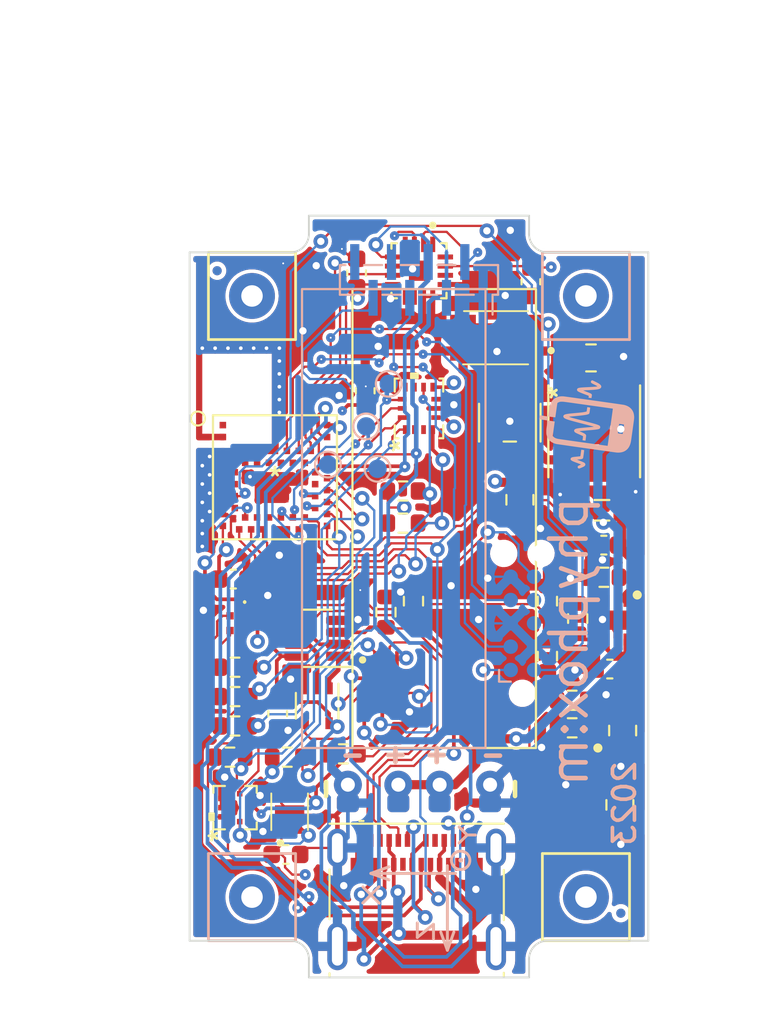
<source format=kicad_pcb>
(kicad_pcb (version 20221018) (generator pcbnew)
  (layers (0 "F.Cu" signal) (1 "In1.Cu" power "GND") (2 "In2.Cu" power "3V3") (31 "B.Cu" signal) (34 "B.Paste" user) (35 "F.Paste" user) (36 "B.SilkS" user "B.Silkscreen") (37 "F.SilkS" user "F.Silkscreen") (38 "B.Mask" user) (39 "F.Mask" user) (44 "Edge.Cuts" user))
  (net 0 "")
  (net 1 "VL53_DRY")
  (net 4 "/ANT")
  (net 6 "SWDIO")
  (net 7 "SWDCLK")
  (net 8 "/USB_N")
  (net 9 "/USB_P")
  (net 12 "SWO")
  (net 14 "RESET")
  (net 15 "SC")
  (net 18 "SPICLK")
  (net 19 "CSB")
  (net 20 "MOSI")
  (net 21 "MISO")
  (net 33 "SDA")
  (net 34 "SCL")
  (net 38 "VBUS")
  (net 39 "GND")
  (net 43 "MLX_TRIG")
  (net 44 "Net-(LED1-K_R)")
  (net 45 "Net-(LED1-K_B)")
  (net 46 "Net-(LED1-K_G)")
  (net 47 "LED_G")
  (net 48 "LED_B")
  (net 49 "LED_R")
  (net 50 "VEML_INT")
  (net 51 "DAM")
  (net 53 "SCL_DAM")
  (net 55 "SDA_DAM")
  (net 56 "BMP581_INT")
  (net 57 "BMI_INT_2")
  (net 58 "BMI_INT_1")
  (net 59 "VCC_DAM")
  (net 60 "1Wire_DAM")
  (net 61 "1Wire")
  (net 64 "DAM_REF")
  (net 65 "Net-(U5-Pad1)")
  (net 66 "CC1")
  (net 67 "CC2")
  (net 68 "Net-(U5-Pad7)")
  (net 69 "VCC")
  (net 70 "VL53_XSHUT")
  (net 71 "BUCK_OUT")
  (net 72 "Net-(S1-VOUT)")
  (net 73 "Net-(IC3-ADJ{slash}SENSE)")
  (net 75 "Net-(S1-FLG)")
  (net 76 "Net-(S1-ILIM)")
  (net 77 "Net-(U6-LX)")
  (footprint "phyphox:SHTC3" (layer "F.Cu") (at 105.5 133.325 90)
    (fp_text reference "IC2" hide)
    (fp_text value "SHTC3" hide)
  )
  (footprint "Capacitor_SMD:C_0805_2012Metric" (layer "F.Cu") (at 123.6 128.55 90)
    (fp_text reference "C3" hide)
    (fp_text value "10uF")
  )
  (footprint "Package_TO_SOT_SMD:SOT-353_SC-70-5" (layer "F.Cu") (at 106.95 127.2 -90)
    (fp_text reference "U7" hide)
    (fp_text value "74LVC1G08")
  )
  (footprint "phyphox:Keystone_8734" (layer "F.Cu") (at 121.6 137.625)
    (fp_text reference "H3" hide)
    (fp_text value "MountingHole")
  )
  (footprint "phyphox:MLX90393" (layer "F.Cu") (at 112.5 103.5 -90)
    (fp_text reference "U4" hide)
    (fp_text value "MLX90393")
  )
  (footprint "phyphox:EVQP7J01P" (layer "F.Cu") (at 117 107.15 180)
    (fp_text reference "SW1" hide)
    (fp_text value "SW_Push" hide)
  )
  (footprint "phyphox:IND_LQH5BPN4R7NT0L" (layer "F.Cu") (at 122.049999 112.25 90)
    (fp_text reference "L1" hide)
    (fp_text value "4u7")
  )
  (footprint "Resistor_SMD:R_0603_1608Metric" (layer "F.Cu") (at 122.575 120.2)
    (fp_text reference "R4" hide)
    (fp_text value "20k4")
  )
  (footprint "phyphox:QFN40P180X260X55-16N" (layer "F.Cu") (at 110.7 125.9)
    (fp_text reference "IC6" hide)
    (fp_text value "TMUX1511RSVR" hide)
  )
  (footprint "Capacitor_SMD:C_0603_1608Metric" (layer "F.Cu") (at 109.1 103.625 90)
    (fp_text reference "C9" hide)
    (fp_text value "100nF")
  )
  (footprint "Resistor_SMD:R_0603_1608Metric" (layer "F.Cu") (at 112.2 121.5 90)
    (fp_text reference "R14" hide)
    (fp_text value "5k1")
  )
  (footprint "phyphox:USB_C_Receptacle_Molex_105450-0101" (layer "F.Cu") (at 112.375 137.75)
    (fp_text reference "J2" hide)
    (fp_text value "USB_C_Receptacle")
  )
  (footprint "Resistor_SMD:R_0603_1608Metric" (layer "F.Cu") (at 102.475 128.3 180)
    (fp_text reference "R7" hide)
    (fp_text value "750R")
  )
  (footprint "phyphox:SuperCap_DSF106Q3R0C" (layer "F.Cu") (at 113.875 131.5)
    (fp_text reference "C1" hide)
    (fp_text value "C_Polarized")
  )
  (footprint "Resistor_SMD:R_0603_1608Metric" (layer "F.Cu") (at 110.7 122.1 90)
    (fp_text reference "R13" hide)
    (fp_text value "5k1")
  )
  (footprint "Capacitor_SMD:C_0603_1608Metric" (layer "F.Cu") (at 104.8 127.63 -90)
    (fp_text reference "C10" hide)
    (fp_text value "100nF")
  )
  (footprint "Resistor_SMD:R_0603_1608Metric" (layer "F.Cu") (at 119.5 124.5 90)
    (fp_text reference "R19" hide)
    (fp_text value "100k")
  )
  (footprint "Capacitor_SMD:C_0603_1608Metric" (layer "F.Cu") (at 109.57 110.04 90)
    (fp_text reference "C11" hide)
    (fp_text value "100nF")
  )
  (footprint "Capacitor_SMD:C_0805_2012Metric" (layer "F.Cu") (at 121.875 108.25)
    (fp_text reference "C4" hide)
    (fp_text value "10uF")
  )
  (footprint "Resistor_SMD:R_0603_1608Metric" (layer "F.Cu") (at 121.15 122.45 -90)
    (fp_text reference "R3" hide)
    (fp_text value "20k4")
  )
  (footprint "Capacitor_SMD:C_0603_1608Metric" (layer "F.Cu") (at 118.6 104.1 -90)
    (fp_text reference "C14" hide)
    (fp_text value "100nF")
  )
  (footprint "phyphox:Keystone_8734" (layer "F.Cu") (at 103.4 104.875 180)
    (fp_text reference "H1" hide)
    (fp_text value "MountingHole")
  )
  (footprint "Resistor_SMD:R_0603_1608Metric" (layer "F.Cu") (at 105.325 130 180)
    (fp_text reference "R9" hide)
    (fp_text value "3k9")
  )
  (footprint "Fiducial:Fiducial_0.5mm_Mask1mm" (layer "F.Cu") (at 123.5 138.5 -90)
    (fp_text reference "FID3" hide)
    (fp_text value "Fiducial")
  )
  (footprint "Capacitor_SMD:C_0603_1608Metric" (layer "F.Cu") (at 122.575 118.45 180)
    (fp_text reference "C7" hide)
    (fp_text value "1uF")
  )
  (footprint "Resistor_SMD:R_0603_1608Metric" (layer "F.Cu") (at 111.625 115.5)
    (fp_text reference "R11" hide)
    (fp_text value "3k9")
  )
  (footprint "Resistor_SMD:R_0603_1608Metric" (layer "F.Cu") (at 102.475 125.1 180)
    (fp_text reference "R6" hide)
    (fp_text value "270")
  )
  (footprint "phyphox:XC9142B33CMR-G" (layer "F.Cu") (at 117.449999 111.77795 -90)
    (fp_text reference "U6" hide)
    (fp_text value "XC9142B33CMR-G" hide)
  )
  (footprint "Resistor_SMD:R_0603_1608Metric" (layer "F.Cu") (at 102.475 126.7 180)
    (fp_text reference "R5" hide)
    (fp_text value "270")
  )
  (footprint "Capacitor_SMD:C_0805_2012Metric" (layer "F.Cu") (at 118 115.97795 -90)
    (fp_text reference "C5" hide)
    (fp_text value "10uF")
  )
  (footprint "Inductor_SMD:L_0805_2012Metric" (layer "F.Cu") (at 122.475 116.55 180)
    (fp_text reference "FB1" hide)
    (fp_text value "MDF2016BSS600CTD25")
  )
  (footprint "Capacitor_SMD:C_0603_1608Metric" (layer "F.Cu") (at 102.38 120.3)
    (fp_text reference "C8" hide)
    (fp_text value "100nF")
  )
  (footprint "Capacitor_SMD:C_0603_1608Metric" (layer "F.Cu") (at 122.9 125.2 180)
    (fp_text reference "C6" hide)
    (fp_text value "1uF")
  )
  (footprint "phyphox:SON95P300X300X100-7N-D" (layer "F.Cu") (at 120.6 131.4 -90)
    (fp_text reference "IC3" hide)
    (fp_text value "LD39200PUR" hide)
  )
  (footprint "phyphox:ANNA B402" (layer "F.Cu") (at 104.6512 114.751201)
    (fp_text reference "U1" hide)
    (fp_text value "ANNA-B402-00B" hide)
  )
  (footprint "Resistor_SMD:R_0603_1608Metric" (layer "F.Cu") (at 108.375 129.82)
    (fp_text reference "R10" hide)
    (fp_text value "3k9")
  )
  (footprint "Resistor_SMD:R_0603_1608Metric" (layer "F.Cu") (at 102.2 130)
    (fp_text reference "R8" hide)
    (fp_text value "3k9")
  )
  (footprint "Resistor_SMD:R_0603_1608Metric" (layer "F.Cu") (at 111.625 117.25)
    (fp_text reference "R12" hide)
    (fp_text value "3k9")
  )
  (footprint "Package_TO_SOT_SMD:SOT-23-8" (layer "F.Cu") (at 106.9625 123.525 180)
    (fp_text reference "U5" hide)
    (fp_text value "LM358")
  )
  (footprint "Resistor_SMD:R_0603_1608Metric" (layer "F.Cu") (at 120.85 128.4)
    (fp_text reference "R1" hide)
    (fp_text value "100k")
  )
  (footprint "Fiducial:Fiducial_0.5mm_Mask1mm" (layer "F.Cu") (at 101.5 103.5 -90)
    (fp_text reference "FID1" hide)
    (fp_text value "Fiducial")
  )
  (footprint "phyphox:BMI323" (layer "F.Cu") (at 112.5 111 90)
    (fp_text reference "U2" hide)
    (fp_text value "BMI323" hide)
  )
  (footprint "Resistor_SMD:R_0603_1608Metric" (layer "F.Cu") (at 120.85 126.9)
    (fp_text reference "R2" hide)
    (fp_text value "20k4")
  )
  (footprint "Capacitor_SMD:C_0603_1608Metric" (layer "F.Cu") (at 105.25 135.3)
    (fp_text reference "C12" hide)
    (fp_text value "100nF")
  )
  (footprint "Resistor_SMD:R_0603_1608Metric" (layer "F.Cu") (at 119.5 121.5 90)
    (fp_text reference "R18" hide)
    (fp_text value "3k9")
  )
  (footprint "Capacitor_SMD:C_0805_2012Metric" (layer "F.Cu") (at 123.45 132.6 -90)
    (fp_text reference "C2" hide)
    (fp_text value "10uF")
  )
  (footprint "phyphox:SON50P200X180X60-7N" (layer "F.Cu") (at 123.27 122.5375 -90)
    (fp_text reference "S1" hide)
    (fp_text value "XC8108AC20ER-G" hide)
  )
  (footprint "phyphox:LTRBR37G4R4S01250" (layer "F.Cu") (at 102.6 122.7)
    (fp_text reference "LED1" hide)
    (fp_text value "LTRBR37G-4R4S-0125-0" hide)
  )
  (footprint "phyphox:BMP581" (layer "F.Cu") (at 102.476999 132.75 90)
    (fp_text reference "U3" hide)
    (fp_text value "BMP581" hide)
  )
  (footprint "Fiducial:Fiducial_0.5mm_Mask1mm" (layer "B.Cu") (at 101.5 103.5 180)
    (fp_text reference "FID4" hide)
    (fp_text value "Fiducial")
  )
  (footprint "TestPoint:TestPoint_Pad_D1.0mm" (layer "B.Cu") (at 110.24 114.29 180)
    (fp_text reference "TP1" hide)
    (fp_text value "TestPoint")
  )
  (footprint "TestPoint:TestPoint_Pad_D1.0mm" (layer "B.Cu") (at 110.85 109.66 180)
    (fp_text reference "TP2" hide)
    (fp_text value "TestPoint")
  )
  (footprint "phyphox:SuperCap_DSF106Q3R0C" (layer "B.Cu") (at 111.125 131.5 180)
    (fp_text reference "C13" hide)
    (fp_text value "C_Polarized")
  )
  (footprint "TestPoint:TestPoint_Pad_D1.0mm" (layer "B.Cu") (at 109.62 111.98 180)
    (fp_text reference "TP4" hide)
    (fp_text value "TestPoint")
  )
  (footprint "Connector_PinSocket_1.00mm:PinSocket_1x08_P1.00mm_Vertical_SMD_Pin1Left" (layer "B.Cu") (at 112.5 104 90)
    (fp_text reference "J3" hide)
    (fp_text value "Conn_01x08_Pin")
  )
  (footprint "phyphox:Tag-Connect_TC2050-IDC-NL_2x05_P1.27mm_Vertical" (layer "B.Cu") (at 118.135 122.71 90)
    (fp_text reference "J1" hide)
    (fp_text value "Conn_ARM_JTAG_SWD_10")
  )
  (footprint "phyphox:logo_6x6mm" (layer "B.Cu") (at 121.7692 111.8742 -90)
    (fp_text reference "Z1" hide)
    (fp_text value "LOGO" hide)
  )
  (footprint "phyphox:Keystone_8734" (layer "B.Cu") (at 103.4 137.625 180)
    (fp_text reference "H4" hide)
    (fp_text value "MountingHole")
  )
  (footprint "phyphox:Keystone_8734" (layer "B.Cu") (at 121.6 104.875)
    (fp_text reference "H2" hide)
    (fp_text value "MountingHole")
  )
  (footprint "Fiducial:Fiducial_0.5mm_Mask1mm" (layer "B.Cu") (at 123.5 138.5 180)
    (fp_text reference "FID5" hide)
    (fp_text value "Fiducial")
  )
  (footprint "TestPoint:TestPoint_Pad_D1.0mm" (layer "B.Cu") (at 107.54 114.06 180)
    (fp_text reference "TP3" hide)
    (fp_text value "TestPoint")
  )
  (gr_line (start 113.291074 139.106511) (end 112.408139 139.817611) (stroke (width 0.16)) (layer "B.SilkS"))
  (gr_line (start 114.401382 139.530183) (end 114.048617 140.519817) (stroke (width 0.16)) (layer "B.SilkS"))
  (gr_curve (pts (xy 115.124828 135.264388) (xy 115.268169 135.407729) (xy 115.31105 135.623302) (xy 115.233474 135.810586)) (stroke (width 0.16)) (layer "B.SilkS"))
  (gr_curve (pts (xy 114.77043 136.119982) (xy 114.637505 136.119982) (xy 114.510024 136.067177) (xy 114.416032 135.973185)) (stroke (width 0.16)) (layer "B.SilkS"))
  (gr_line (start 115.124996 134.238134) (end 114.690067 133.803205) (stroke (width 0.16)) (layer "B.SilkS"))
  (gr_curve (pts (xy 115.233474 135.810586) (xy 115.155898 135.997869) (xy 114.973145 136.119982) (xy 114.77043 136.119982)) (stroke (width 0.16)) (layer "B.SilkS"))
  (gr_curve (pts (xy 114.777692 135.660714) (xy 114.764943 135.660714) (xy 114.752715 135.655649) (xy 114.7437 135.646633)) (stroke (width 0.16)) (layer "B.SilkS"))
  (gr_line (start 112.408139 139.817611) (end 112.407514 139.030332) (stroke (width 0.16)) (layer "B.SilkS"))
  (gr_line (start 115.573628 134.238134) (end 115.124996 134.238134) (stroke (width 0.16)) (layer "B.SilkS"))
  (gr_line (start 109.44516 137.068476) (end 110.327469 137.950785) (stroke (width 0.16)) (layer "B.SilkS"))
  (gr_line (start 114.72962 135.612641) (end 114.72962 135.612641) (stroke (width 0.16)) (layer "B.SilkS"))
  (gr_line (start 115.125622 134.237508) (end 114.690693 134.672437) (stroke (width 0.16)) (layer "B.SilkS"))
  (gr_line (start 109.437682 137.943307) (end 110.319992 137.060998) (stroke (width 0.16)) (layer "B.SilkS"))
  (gr_curve (pts (xy 114.777692 135.564568) (xy 114.804242 135.564568) (xy 114.825765 135.586091) (xy 114.825765 135.612641)) (stroke (width 0.16)) (layer "B.SilkS"))
  (gr_line (start 109.876342 136.332589) (end 114.497248 136.332589) (stroke (width 0.16)) (layer "B.SilkS"))
  (gr_line (start 114.048617 140.519817) (end 114.048617 135.913866) (stroke (width 0.16)) (layer "B.SilkS"))
  (gr_curve (pts (xy 114.72962 135.612641) (xy 114.72962 135.586091) (xy 114.751142 135.564568) (xy 114.777692 135.564568)) (stroke (width 0.16)) (layer "B.SilkS"))
  (gr_line (start 114.048617 140.519817) (end 113.688751 139.534919) (stroke (width 0.16)) (layer "B.SilkS"))
  (gr_curve (pts (xy 114.7437 135.646633) (xy 114.734684 135.637618) (xy 114.72962 135.62539) (xy 114.72962 135.612641)) (stroke (width 0.16)) (layer "B.SilkS"))
  (gr_curve (pts (xy 114.416032 135.973185) (xy 114.32204 135.879193) (xy 114.269235 135.751712) (xy 114.269235 135.618787)) (stroke (width 0.16)) (layer "B.SilkS"))
  (gr_line (start 109.876342 136.332589) (end 110.861241 135.972722) (stroke (width 0.16)) (layer "B.SilkS"))
  (gr_curve (pts (xy 114.269235 135.618787) (xy 114.269235 135.416072) (xy 114.391348 135.233318) (xy 114.578631 135.155743)) (stroke (width 0.16)) (layer "B.SilkS"))
  (gr_line (start 114.269235 135.618787) (end 114.269235 135.618787) (stroke (width 0.16)) (layer "B.SilkS"))
  (gr_curve (pts (xy 114.825765 135.612641) (xy 114.825765 135.639191) (xy 114.804242 135.660714) (xy 114.777692 135.660714)) (stroke (width 0.16)) (layer "B.SilkS"))
  (gr_line (start 113.291074 139.9) (end 113.291074 139.106511) (stroke (width 0.16)) (layer "B.SilkS"))
  (gr_line (start 110.865976 136.685353) (end 109.876342 136.332589) (stroke (width 0.16)) (layer "B.SilkS"))
  (gr_curve (pts (xy 114.578631 135.155743) (xy 114.765915 135.078167) (xy 114.981488 135.121048) (xy 115.124828 135.264388)) (stroke (width 0.16)) (layer "B.SilkS"))
  (gr_line (start 106.5 100.5) (end 106.5 101.5) (stroke (width 0.1)) (layer "Edge.Cuts"))
  (gr_arc (start 119.5 102.5) (mid 118.792893 102.207107) (end 118.5 101.5) (stroke (width 0.1)) (layer "Edge.Cuts"))
  (gr_line (start 100 102.5) (end 100 140) (stroke (width 0.1)) (layer "Edge.Cuts"))
  (gr_line (start 105.5 140) (end 100 140) (stroke (width 0.1)) (layer "Edge.Cuts"))
  (gr_arc (start 118.5 141) (mid 118.792893 140.292893) (end 119.5 140) (stroke (width 0.1)) (layer "Edge.Cuts"))
  (gr_line (start 106.5 142) (end 106.5 141) (stroke (width 0.1)) (layer "Edge.Cuts"))
  (gr_line (start 118.5 101.5) (end 118.5 100.5) (stroke (width 0.1)) (layer "Edge.Cuts"))
  (gr_line (start 118.5 141) (end 118.5 142) (stroke (width 0.1)) (layer "Edge.Cuts"))
  (gr_arc (start 106.5 101.5) (mid 106.207107 102.207107) (end 105.5 102.5) (stroke (width 0.1)) (layer "Edge.Cuts"))
  (gr_line (start 125 102.5) (end 119.5 102.5) (stroke (width 0.1)) (layer "Edge.Cuts"))
  (gr_line (start 125 140) (end 119.5 140) (stroke (width 0.1)) (layer "Edge.Cuts"))
  (gr_line (start 105.5 102.5) (end 100 102.5) (stroke (width 0.1)) (layer "Edge.Cuts"))
  (gr_line (start 125 140) (end 125 102.5) (stroke (width 0.1)) (layer "Edge.Cuts"))
  (gr_line (start 106.5 100.5) (end 118.5 100.5) (stroke (width 0.1)) (layer "Edge.Cuts"))
  (gr_line (start 106.5 142) (end 118.5 142) (stroke (width 0.1)) (layer "Edge.Cuts"))
  (gr_arc (start 105.5 140) (mid 106.207107 140.292893) (end 106.5 141) (stroke (width 0.1)) (layer "Edge.Cuts"))
  (gr_text "+" (at 112 130.4) (layer "B.SilkS") (effects (font (size 1 1) (thickness 0.25) bold) (justify left bottom mirror)))
  (gr_text "2023" (at 124.4 130.1 90) (layer "B.SilkS") (effects (font (size 1.2 1.2) (thickness 0.2) bold) (justify left bottom mirror)))
  (gr_text "phyphox:m" (at 121.8384 115.6412 90) (layer "B.SilkS") (effects (font (size 2 2) (thickness 0.25)) (justify left bottom mirror)))
  (gr_text "-" (at 115.75 129.4 180) (layer "B.SilkS") (effects (font (size 1 1) (thickness 0.25) bold) (justify left bottom mirror)))
  (gr_text "+" (at 114.25 130.4) (layer "B.SilkS") (effects (font (size 1 1) (thickness 0.25) bold) (justify left bottom mirror)))
  (gr_text "-" (at 108.1 129.4 180) (layer "B.SilkS") (effects (font (size 1 1) (thickness 0.25) bold) (justify left bottom mirror)))
  (gr_text "+" (at 114.25 130.4) (layer "F.SilkS") (effects (font (size 1 1) (thickness 0.25) bold) (justify left bottom mirror)))
  (gr_text "-" (at 107.95 130.95 90) (layer "F.SilkS") (effects (font (size 1 1) (thickness 0.25) bold) (justify left bottom mirror)))
  (gr_text "+" (at 112 130.4) (layer "F.SilkS") (effects (font (size 1 1) (thickness 0.25) bold) (justify left bottom mirror)))
  (gr_text "-" (at 118.25 130.95 90) (layer "F.SilkS") (effects (font (size 1 1) (thickness 0.25) bold) (justify left bottom mirror)))
  (segment (start 105.951198 117.973802) (end 105.95 117.975) (width 0.125) (layer "F.Cu") (net 1))
  (segment (start 105.951198 117.59) (end 105.951198 117.973802) (width 0.125) (layer "F.Cu") (net 1))
  (via (at 105.95 117.975) (size 0.5) (drill 0.1) (layers "F.Cu" "B.Cu") (net 1))
  (segment (start 104.513357 116.813785) (end 104.513357 115.886643) (width 0.125) (layer "B.Cu") (net 1))
  (segment (start 105.95 117.975) (end 105.674572 117.975) (width 0.125) (layer "B.Cu") (net 1))
  (segment (start 106.551083 109.4) (end 106.153775 109.002692) (width 0.125) (layer "B.Cu") (net 1))
  (segment (start 108.375 109.4) (end 106.551083 109.4) (width 0.125) (layer "B.Cu") (net 1))
  (segment (start 110 105.4) (end 110 104.975) (width 0.125) (layer "B.Cu") (net 1))
  (segment (start 106.453338 113.946662) (end 106.575 113.946662) (width 0.125) (layer "B.Cu") (net 1))
  (segment (start 105.674572 117.975) (end 104.513357 116.813785) (width 0.125) (layer "B.Cu") (net 1))
  (segment (start 108.325 105.675) (end 109.725 105.675) (width 0.125) (layer "B.Cu") (net 1))
  (segment (start 106.153775 107.846225) (end 108.325 105.675) (width 0.125) (layer "B.Cu") (net 1))
  (segment (start 108.15 113.1) (end 108.833732 112.416268) (width 0.125) (layer "B.Cu") (net 1))
  (segment (start 108.833732 109.858732) (end 108.375 109.4) (width 0.125) (layer "B.Cu") (net 1))
  (segment (start 104.513357 115.886643) (end 106.453338 113.946662) (width 0.125) (layer "B.Cu") (net 1))
  (segment (start 107.421662 113.1) (end 108.15 113.1) (width 0.125) (layer "B.Cu") (net 1))
  (segment (start 106.575 113.946662) (end 107.421662 113.1) (width 0.125) (layer "B.Cu") (net 1))
  (segment (start 108.833732 112.416268) (end 108.833732 109.858732) (width 0.125) (layer "B.Cu") (net 1))
  (segment (start 106.153775 109.002692) (end 106.153775 107.846225) (width 0.125) (layer "B.Cu") (net 1))
  (segment (start 109.725 105.675) (end 110 105.4) (width 0.125) (layer "B.Cu") (net 1))
  (segment (start 101.811198 114.802) (end 101.811198 115.452) (width 0.25) (layer "F.Cu") (net 4))
  (segment (start 105.301202 111.698798) (end 105.301202 113.315) (width 0.125) (layer "F.Cu") (net 6))
  (segment (start 110.799503 108.050497) (end 112.723098 108.050497) (width 0.125) (layer "F.Cu") (net 6))
  (segment (start 106.271725 108.728275) (end 105.626202 109.373798) (width 0.125) (layer "F.Cu") (net 6))
  (segment (start 105.626202 111.373798) (end 105.301202 111.698798) (width 0.125) (layer "F.Cu") (net 6))
  (segment (start 106.271725 108.728275) (end 106.772725 108.728275) (width 0.125) (layer "F.Cu") (net 6))
  (segment (start 110.325 108.525) (end 110.799503 108.050497) (width 0.125) (layer "F.Cu") (net 6))
  (segment (start 106.772725 108.728275) (end 107.176 108.325) (width 0.125) (layer "F.Cu") (net 6))
  (segment (start 105.626202 109.373798) (end 105.626202 111.373798) (width 0.125) (layer "F.Cu") (net 6))
  (via (at 110.325 108.525) (size 0.5) (drill 0.1) (layers "F.Cu" "B.Cu") (net 6))
  (via (at 107.176 108.325) (size 0.5) (drill 0.1) (layers "F.Cu" "B.Cu") (net 6))
  (via (at 112.723098 108.050497) (size 0.5) (drill 0.1) (layers "F.Cu" "B.Cu") (net 6))
  (segment (start 116.293083 123.98) (end 115 122.686917) (width 0.125) (layer "B.Cu") (net 6))
  (segment (start 115 122.686917) (end 115 116.306137) (width 0.125) (layer "B.Cu") (net 6))
  (segment (start 115.0625 109.325583) (end 113.787414 108.050497) (width 0.125) (layer "B.Cu") (net 6))
  (segment (start 110.125 108.325) (end 110.325 108.525) (width 0.125) (layer "B.Cu") (net 6))
  (segment (start 115 116.306137) (end 115.0625 116.243637) (width 0.125) (layer "B.Cu") (net 6))
  (segment (start 107.176 108.325) (end 110.125 108.325) (width 0.125) (layer "B.Cu") (net 6))
  (segment (start 115.0625 116.243637) (end 115.0625 109.325583) (width 0.125) (layer "B.Cu") (net 6))
  (segment (start 113.787414 108.050497) (end 112.723098 108.050497) (width 0.125) (layer "B.Cu") (net 6))
  (segment (start 117.5 123.98) (end 116.293083 123.98) (width 0.125) (layer "B.Cu") (net 6))
  (segment (start 107.5 108.98076) (end 107.688 108.79276) (width 0.125) (layer "F.Cu") (net 7))
  (segment (start 105.951202 113.315) (end 105.951202 110.529558) (width 0.125) (layer "F.Cu") (net 7))
  (segment (start 110.35 106.675) (end 112.215491 106.675) (width 0.125) (layer "F.Cu") (net 7))
  (segment (start 112.215491 106.675) (end 112.919677 107.379186) (width 0.125) (layer "F.Cu") (net 7))
  (segment (start 107.5 108.98076) (end 105.951202 110.529558) (width 0.125) (layer "F.Cu") (net 7))
  (segment (start 107.688 108.79276) (end 107.688 107.15) (width 0.125) (layer "F.Cu") (net 7))
  (via (at 107.688 107.15) (size 0.5) (drill 0.1) (layers "F.Cu" "B.Cu") (net 7))
  (via (at 110.35 106.675) (size 0.5) (drill 0.1) (layers "F.Cu" "B.Cu") (net 7))
  (via (at 112.919677 107.379186) (size 0.5) (drill 0.1) (layers "F.Cu" "B.Cu") (net 7))
  (segment (start 116.215 121.44) (end 115.3875 120.6125) (width 0.125) (layer "B.Cu") (net 7))
  (segment (start 117.5 121.44) (end 116.215 121.44) (width 0.125) (layer "B.Cu") (net 7))
  (segment (start 115.3875 120.6125) (end 115.3875 109.1625) (width 0.125) (layer "B.Cu") (net 7))
  (segment (start 107.688 107.15) (end 108.163 106.675) (width 0.125) (layer "B.Cu") (net 7))
  (segment (start 115.3875 109.1625) (end 113.604186 107.379186) (width 0.125) (layer "B.Cu") (net 7))
  (segment (start 108.163 106.675) (end 110.35 106.675) (width 0.125) (layer "B.Cu") (net 7))
  (segment (start 113.604186 107.379186) (end 112.919677 107.379186) (width 0.125) (layer "B.Cu") (net 7))
  (segment (start 112.15 136.385001) (end 112.15 137.5318) (width 0.2) (layer "F.Cu") (net 8))
  (segment (start 106.500521 137.882322) (end 106.500521 137.599479) (width 0.2) (layer "F.Cu") (net 8))
  (segment (start 112.875 134.535) (end 112.125 135.285) (width 0.2) (layer "F.Cu") (net 8))
  (segment (start 111.5068 138.175) (end 106.793199 138.175) (width 0.2) (layer "F.Cu") (net 8))
  (segment (start 112.125 136.360001) (end 112.15 136.385001) (width 0.2) (layer "F.Cu") (net 8))
  (segment (start 112.125 135.285) (end 112.125 135.835) (width 0.2) (layer "F.Cu") (net 8))
  (segment (start 108.035145 111.91) (end 108.171232 112.046087) (width 0.2) (layer "F.Cu") (net 8))
  (segment (start 112.15 137.5318) (end 111.5068 138.175) (width 0.2) (layer "F.Cu") (net 8))
  (segment (start 107.491202 111.91) (end 108.035145 111.91) (width 0.2) (layer "F.Cu") (net 8))
  (segment (start 106.793199 138.175) (end 106.500521 137.882322) (width 0.2) (layer "F.Cu") (net 8))
  (segment (start 112.125 135.835) (end 112.125 136.360001) (width 0.2) (layer "F.Cu") (net 8))
  (via (at 108.171232 112.046087) (size 0.8) (drill 0.4) (layers "F.Cu" "B.Cu") (net 8))
  (via (at 106.500521 137.599479) (size 0.6) (drill 0.2) (layers "F.Cu" "B.Cu") (net 8))
  (segment (start 101.124501 131.28995) (end 101.425 131.590449) (width 0.2) (layer "B.Cu") (net 8))
  (segment (start 102.125 128.7932) (end 101.425 129.4932) (width 0.2) (layer "B.Cu") (net 8))
  (segment (start 106.217678 137.599479) (end 106.500521 137.599479) (width 0.2) (layer "B.Cu") (net 8))
  (segment (start 102.949981 119.476338) (end 102.125 120.30132) (width 0.2) (layer "B.Cu") (net 8))
  (segment (start 104.193199 135.575) (end 106.217678 137.599479) (width 0.2) (layer "B.Cu") (net 8))
  (segment (start 102.949981 119.368219) (end 102.949981 119.476338) (width 0.2) (layer "B.Cu") (net 8))
  (segment (start 108.171232 112.046087) (end 107.746967 112.046087) (width 0.2) (layer "B.Cu") (net 8))
  (segment (start 104.150857 118.167343) (end 102.949981 119.368219) (width 0.2) (layer "B.Cu") (net 8))
  (segment (start 104.150857 115.571485) (end 104.150857 118.167343) (width 0.2) (layer "B.Cu") (net 8))
  (segment (start 105.225 114.568054) (end 105.154288 114.568054) (width 0.2) (layer "B.Cu") (net 8))
  (segment (start 101.124501 130.71005) (end 101.124501 131.28995) (width 0.2) (layer "B.Cu") (net 8))
  (segment (start 101.425 129.4932) (end 101.425 130.409551) (width 0.2) (layer "B.Cu") (net 8))
  (segment (start 101.425 130.409551) (end 101.124501 130.71005) (width 0.2) (layer "B.Cu") (net 8))
  (segment (start 105.154288 114.568054) (end 104.150857 115.571485) (width 0.2) (layer "B.Cu") (net 8))
  (segment (start 101.425 131.590449) (end 101.425 134.5068) (width 0.2) (layer "B.Cu") (net 8))
  (segment (start 101.425 134.5068) (end 102.4932 135.575) (width 0.2) (layer "B.Cu") (net 8))
  (segment (start 102.4932 135.575) (end 104.193199 135.575) (width 0.2) (layer "B.Cu") (net 8))
  (segment (start 102.125 120.30132) (end 102.125 128.7932) (width 0.2) (layer "B.Cu") (net 8))
  (segment (start 107.746967 112.046087) (end 105.225 114.568054) (width 0.2) (layer "B.Cu") (net 8))
  (segment (start 107.260602 112.56) (end 107 112.299398) (width 0.125) (layer "F.Cu") (net 9))
  (segment (start 112.625 135.835) (end 112.625 136.360001) (width 0.2) (layer "F.Cu") (net 9))
  (segment (start 107.491202 112.56) (end 107.260602 112.56) (width 0.125) (layer "F.Cu") (net 9))
  (segment (start 112.6 137.7182) (end 112.2641 138.0541) (width 0.2) (layer "F.Cu") (net 9))
  (segment (start 112.625 136.360001) (end 112.6 136.385001) (width 0.2) (layer "F.Cu") (net 9))
  (segment (start 106.606801 138.625) (end 106.182322 138.200521) (width 0.2) (layer "F.Cu") (net 9))
  (segment (start 112.2641 138.0541) (end 111.6932 138.625) (width 0.2) (layer "F.Cu") (net 9))
  (segment (start 111.875 134.125) (end 112.2 133.8) (width 0.2) (layer "F.Cu") (net 9))
  (segment (start 112.84 138.73) (end 112.84 138.63) (width 0.2) (layer "F.Cu") (net 9))
  (segment (start 112.84 138.63) (end 112.2641 138.0541) (width 0.2) (layer "F.Cu") (net 9))
  (segment (start 107 111.4) (end 107.4 111) (width 0.2) (layer "F.Cu") (net 9))
  (segment (start 111.875 134.535) (end 111.875 134.125) (width 0.2) (layer "F.Cu") (net 9))
  (segment (start 112.6 136.385001) (end 112.6 137.7182) (width 0.2) (layer "F.Cu") (net 9))
  (segment (start 111.6932 138.625) (end 106.606801 138.625) (width 0.2) (layer "F.Cu") (net 9))
  (segment (start 106.182322 138.200521) (end 105.899479 138.200521) (width 0.2) (layer "F.Cu") (net 9))
  (segment (start 107 112.299398) (end 107 111.4) (width 0.2) (layer "F.Cu") (net 9))
  (via (at 112.2 133.8) (size 0.8) (drill 0.4) (layers "F.Cu" "B.Cu") (net 9))
  (via (at 107.4 111) (size 0.8) (drill 0.4) (layers "F.Cu" "B.Cu") (net 9))
  (via (at 105.899479 138.200521) (size 0.6) (drill 0.2) (layers "F.Cu" "B.Cu") (net 9))
  (via (at 112.84 138.73) (size 0.8) (drill 0.4) (layers "F.Cu" "B.Cu") (net 9))
  (segment (start 100.67452 130.523661) (end 100.67452 131.476338) (width 0.2) (layer "B.Cu") (net 9))
  (segment (start 103.738498 117.943302) (end 102.5 119.1818) (width 0.2) (layer "B.Cu") (net 9))
  (segment (start 100.975 134.6932) (end 102.3068 136.025) (width 0.2) (layer "B.Cu") (net 9))
  (segment (start 112.2 138.09) (end 112.84 138.73) (width 0.2) (layer "B.Cu") (net 9))
  (segment (start 102.3068 136.025) (end 104.006801 136.025) (width 0.2) (layer "B.Cu") (net 9))
  (segment (start 102.5 119.28995) (end 101.675 120.11495) (width 0.2) (layer "B.Cu") (net 9))
  (segment (start 100.975 131.776819) (end 100.975 134.6932) (width 0.2) (layer "B.Cu") (net 9))
  (segment (start 101.675 128.6068) (end 100.975 129.3068) (width 0.2) (layer "B.Cu") (net 9))
  (segment (start 107.428768 111.727888) (end 103.738498 115.418158) (width 0.2) (layer "B.Cu") (net 9))
  (segment (start 101.675 120.11495) (end 101.675 128.6068) (width 0.2) (layer "B.Cu") (net 9))
  (segment (start 100.975 129.3068) (end 100.975 130.223181) (width 0.2) (layer "B.Cu") (net 9))
  (segment (start 102.5 119.1818) (end 102.5 119.28995) (width 0.2) (layer "B.Cu") (net 9))
  (segment (start 103.738498 115.418158) (end 103.738498 117.943302) (width 0.2) (layer "B.Cu") (net 9))
  (segment (start 104.006801 136.025) (end 105.899479 137.917678) (width 0.2) (layer "B.Cu") (net 9))
  (segment (start 107.428768 111.303623) (end 107.428768 111.727888) (width 0.2) (layer "B.Cu") (net 9))
  (segment (start 100.67452 131.476338) (end 100.975 131.776819) (width 0.2) (layer "B.Cu") (net 9))
  (segment (start 100.975 130.223181) (end 100.67452 130.523661) (width 0.2) (layer "B.Cu") (net 9))
  (segment (start 105.899479 137.917678) (end 105.899479 138.200521) (width 0.2) (layer "B.Cu") (net 9))
  (segment (start 112.2 133.8) (end 112.2 138.09) (width 0.2) (layer "B.Cu") (net 9))
  (segment (start 108.3 119.7) (end 108.675 119.325) (width 0.125) (layer "F.Cu") (net 12))
  (segment (start 104.001198 118.101198) (end 104.225479 118.325479) (width 0.125) (layer "F.Cu") (net 12))
  (segment (start 104.225479 118.325479) (end 104.225479 119.274417) (width 0.125) (layer "F.Cu") (net 12))
  (segment (start 114.6505 119.3495) (end 116.25 117.75) (width 0.125) (layer "F.Cu") (net 12))
  (segment (start 108.675 119.325) (end 110.46538 119.325) (width 0.125) (layer "F.Cu") (net 12))
  (segment (start 104.651062 119.7) (end 108.3 119.7) (width 0.125) (layer "F.Cu") (net 12))
  (segment (start 112.455462 118.675) (end 113.129962 119.3495) (width 0.125) (layer "F.Cu") (net 12))
  (segment (start 104.001198 117.59) (end 104.001198 118.101198) (width 0.125) (layer "F.Cu") (net 12))
  (segment (start 104.225479 119.274417) (end 104.651062 119.7) (width 0.125) (layer "F.Cu") (net 12))
  (segment (start 110.46538 119.325) (end 111.115381 118.675) (width 0.125) (layer "F.Cu") (net 12))
  (segment (start 113.129962 119.3495) (end 114.6505 119.3495) (width 0.125) (layer "F.Cu") (net 12))
  (segment (start 111.115381 118.675) (end 112.455462 118.675) (width 0.125) (layer "F.Cu") (net 12))
  (via (at 116.25 117.75) (size 0.8) (drill 0.4) (layers "F.Cu" "B.Cu") (net 12))
  (segment (start 117.25 117.75) (end 116.25 117.75) (width 0.125) (layer "B.Cu") (net 12))
  (segment (start 117.9268 119.3268) (end 117.9268 118.4268) (width 0.125) (layer "B.Cu") (net 12))
  (segment (start 117.9268 118.4268) (end 117.25 117.75) (width 0.125) (layer "B.Cu") (net 12))
  (segment (start 118.77 120.17) (end 117.9268 119.3268) (width 0.125) (layer "B.Cu") (net 12))
  (segment (start 110.233716 101.0575) (end 109.845608 101.445608) (width 0.125) (layer "F.Cu") (net 14))
  (segment (start 118.5 106.425) (end 117.175 106.425) (width 0.125) (layer "F.Cu") (net 14))
  (segment (start 118.5 106.425) (end 119.525 106.425) (width 0.125) (layer "F.Cu") (net 14))
  (segment (start 119.525 106.425) (end 119.55 106.4) (width 0.125) (layer "F.Cu") (net 14))
  (segment (start 114.9 106.425) (end 117.175 106.425) (width 0.125) (layer "F.Cu") (net 14))
  (segment (start 102.461198 115.777) (end 102.870332 115.777) (width 0.125) (layer "F.Cu") (net 14))
  (segment (start 115.9325 101.0575) (end 110.233716 101.0575) (width 0.125) (layer "F.Cu") (net 14))
  (segment (start 116.2 101.325) (end 115.9325 101.0575) (width 0.125) (layer "F.Cu") (net 14))
  (segment (start 102.870332 115.777) (end 103.022553 115.624779) (width 0.125) (layer "F.Cu") (net 14))
  (segment (start 109.845608 101.445608) (end 107.604392 101.445608) (width 0.125) (layer "F.Cu") (net 14))
  (segment (start 107.604392 101.445608) (end 107.15 101.9) (width 0.125) (layer "F.Cu") (net 14))
  (via (at 107.15 101.9) (size 0.8) (drill 0.4) (layers "F.Cu" "B.Cu") (net 14))
  (via (at 116.2 101.325) (size 0.8) (drill 0.4) (layers "F.Cu" "B.Cu") (net 14))
  (via (at 103.022553 115.624779) (size 0.6) (drill 0.2) (layers "F.Cu" "B.Cu") (net 14))
  (via (at 119.55 106.4) (size 0.8) (drill 0.4) (layers "F.Cu" "B.Cu") (net 14))
  (segment (start 105.5 107.75) (end 105.5125 107.7375) (width 0.125) (layer "B.Cu") (net 14))
  (segment (start 121.4125 118.8125) (end 119.55 116.95) (width 0.125) (layer "B.Cu") (net 14))
  (segment (start 119.95 125.25) (end 121.4125 123.7875) (width 0.125) (layer "B.Cu") (net 14))
  (segment (start 118.77 125.25) (end 119.95 125.25) (width 0.125) (layer "B.Cu") (net 14))
  (segment (start 119.325 106.4) (end 118.65 105.725) (width 0.125) (layer "B.Cu") (net 14))
  (segment (start 103.022553 115.624779) (end 102.7275 115.329726) (width 0.125) (layer "B.Cu") (net 14))
  (segment (start 102.7275 115.329726) (end 102.7275 114.487004) (width 0.125) (layer "B.Cu") (net 14))
  (segment (start 119.55 106.4) (end 119.55 116.95) (width 0.125) (layer "B.Cu") (net 14))
  (segment (start 118.65 104.275) (end 117.8625 103.4875) (width 0.125) (layer "B.Cu") (net 14))
  (segment (start 121.4125 123.7875) (end 121.4125 118.8125) (width 0.125) (layer "B.Cu") (net 14))
  (segment (start 105.5125 107.7375) (end 105.5125 103.5375) (width 0.125) (layer "B.Cu") (net 14))
  (segment (start 105.5 112.6) (end 105.5 107.75) (width 0.125) (layer "B.Cu") (net 14))
  (segment (start 102.7275 114.487004) (end 103.057004 114.1575) (width 0.125) (layer "B.Cu") (net 14))
  (segment (start 117.8625 103.4875) (end 117.8625 102.9875) (width 0.125) (layer "B.Cu") (net 14))
  (segment (start 103.057004 114.1575) (end 103.9425 114.1575) (width 0.125) (layer "B.Cu") (net 14))
  (segment (start 105.5125 103.5375) (end 107.15 101.9) (width 0.125) (layer "B.Cu") (net 14))
  (segment (start 118.65 105.725) (end 118.65 104.275) (width 0.125) (layer "B.Cu") (net 14))
  (segment (start 117.8625 102.9875) (end 116.2 101.325) (width 0.125) (layer "B.Cu") (net 14))
  (segment (start 119.55 106.4) (end 119.325 106.4) (width 0.125) (layer "B.Cu") (net 14))
  (segment (start 103.9425 114.1575) (end 105.5 112.6) (width 0.125) (layer "B.Cu") (net 14))
  (segment (start 121.890208 116.55) (end 122.549011 117.208803) (width 0.5) (layer "F.Cu") (net 15))
  (segment (start 114.536917 117.4) (end 114.8 117.4) (width 0.125) (layer "F.Cu") (net 15))
  (segment (start 110.65 118.025) (end 113.911917 118.025) (width 0.125) (layer "F.Cu") (net 15))
  (segment (start 116.499998 110.4) (end 116.499998 109.527951) (width 0.5) (layer "F.Cu") (net 15))
  (segment (start 119.3 109.65295) (end 118.825 109.17795) (width 0.5) (layer "F.Cu") (net 15))
  (segment (start 119.5 116) (end 120.05 116.55) (width 0.125) (layer "F.Cu") (net 15))
  (segment (start 120.925 109.95) (end 120.925 108.25) (width 0.5) (layer "F.Cu") (net 15))
  (segment (start 115.6 130.35263) (end 115.6 129.6) (width 0.5) (layer "F.Cu") (net 15))
  (segment (start 116.2 116) (end 119.5 116) (width 0.125) (layer "F.Cu") (net 15))
  (segment (start 118.825 109.17795) (end 116.849999 109.17795) (width 0.5) (layer "F.Cu") (net 15))
  (segment (start 122.049999 110.425) (end 121.4 110.425) (width 0.5) (layer "F.Cu") (net 15))
  (segment (start 123.2 110.425) (end 123.45 110.675) (width 0.5) (layer "F.Cu") (net 15))
  (segment (start 107.775 118.675) (end 110 118.675) (width 0.125) (layer "F.Cu") (net 15))
  (segment (start 122.024999 110.4) (end 122.049999 110.425) (width 0.5) (layer "F.Cu") (net 15))
  (segment (start 113.911917 118.025) (end 114.536917 117.4) (width 0.125) (layer "F.Cu") (net 15))
  (segment (start 116.2 129) (end 117.8 129) (width 0.5) (layer "F.Cu") (net 15))
  (segment (start 110 118.675) (end 110.65 118.025) (width 0.125) (layer "F.Cu") (net 15))
  (segment (start 115.6 129.6) (end 116.2 129) (width 0.5) (layer "F.Cu") (net 15))
  (segment (start 123.45 110.675) (end 123.45 112.075) (width 0.5) (layer "F.Cu") (net 15))
  (segment (start 118.4 110.4) (end 119.3 110.4) (width 0.5) (layer "F.Cu") (net 15))
  (segment (start 121.4 110.425) (end 120.925 109.95) (width 0.5) (layer "F.Cu") (net 15))
  (segment (start 113.375 131.5) (end 114.45263 131.5) (width 0.5) (layer "F.Cu") (net 15))
  (segment (start 107.491202 118.391202) (end 107.775 118.675) (width 0.125) (layer "F.Cu") (net 15))
  (segment (start 121.4125 116.55) (end 121.890208 116.55) (width 0.5) (layer "F.Cu") (net 15))
  (segment (start 107.491202 117.402) (end 107.491202 118.391202) (width 0.125) (layer "F.Cu") (net 15))
  (segment (start 120.05 116.55) (end 121.4125 116.55) (width 0.125) (layer "F.Cu") (net 15))
  (segment (start 114.8 117.4) (end 116.2 116) (width 0.125) (layer "F.Cu") (net 15))
  (segment (start 123.45 112.075) (end 123.5 112.125) (width 0.5) (layer "F.Cu") (net 15))
  (segment (start 114.45263 131.5) (end 115.6 130.35263) (width 0.5) (layer "F.Cu") (net 15))
  (segment (start 111.375 131.5) (end 113.375 131.5) (width 0.5) (layer "F.Cu") (net 15))
  (segment (start 119.3 110.4) (end 119.3 109.65295) (width 0.5) (layer "F.Cu") (net 15))
  (segment (start 119.3 110.4) (end 122.024999 110.4) (width 0.5) (layer "F.Cu") (net 15))
  (segment (start 122.049999 110.425) (end 123.2 110.425) (width 0.5) (layer "F.Cu") (net 15))
  (segment (start 116.849999 109.17795) (end 116.499998 109.527951) (width 0.5) (layer "F.Cu") (net 15))
  (via (at 122.549011 117.208803) (size 0.8) (drill 0.4) (layers "F.Cu" "B.Cu") (net 15))
  (via (at 117.8 129) (size 0.8) (drill 0.4) (layers "F.Cu" "B.Cu") (net 15))
  (via (at 123.5 112.125) (size 0.8) (drill 0.4) (layers "F.Cu" "B.Cu") (net 15))
  (segment (start 122.549011 116.799011) (end 122.25 116.5) (width 0.5) (layer "B.Cu") (net 15))
  (segment (start 123.35 124.102082) (end 118.452082 129) (width 0.5) (layer "B.Cu") (net 15))
  (segment (start 122.958803 117.208803) (end 123.35 117.6) (width 0.5) (layer "B.Cu") (net 15))
  (segment (start 122.25 113.375) (end 123.5 112.125) (width 0.5) (layer "B.Cu") (net 15))
  (segment (start 122.549011 117.208803) (end 122.958803 117.208803) (width 0.5) (layer "B.Cu") (net 15))
  (segment (start 122.25 116.5) (end 122.25 113.375) (width 0.5) (layer "B.Cu") (net 15))
  (segment (start 123.35 117.6) (end 122.25 116.5) (width 0.5) (layer "B.Cu") (net 15))
  (segment (start 123.35 117.6) (end 123.35 124.102082) (width 0.5) (layer "B.Cu") (net 15))
  (segment (start 117.8 129) (end 118.452082 129) (width 0.5) (layer "B.Cu") (net 15))
  (segment (start 122.549011 117.208803) (end 122.549011 116.799011) (width 0.5) (layer "B.Cu") (net 15))
  (segment (start 109.037039 112.937039) (end 110.974078 111) (width 0.125) (layer "F.Cu") (net 18))
  (segment (start 110.974078 111) (end 111.5856 111) (width 0.125) (layer "F.Cu") (net 18))
  (segment (start 105.626198 116.94) (end 105.626198 116.613122) (width 0.125) (layer "F.Cu") (net 18))
  (segment (start 105.626198 116.613122) (end 105.720459 116.518861) (width 0.125) (layer "F.Cu") (net 18))
  (via (at 109.037039 112.937039) (size 0.5) (drill 0.1) (layers "F.Cu" "B.Cu") (net 18))
  (via (at 105.720459 116.518861) (size 0.5) (drill 0.1) (layers "F.Cu" "B.Cu") (net 18))
  (segment (start 109.037039 112.937039) (end 107.914078 114.06) (width 0.125) (layer "B.Cu") (net 18))
  (segment (start 105.692914 115.426105) (end 107.059019 114.06) (width 0.125) (layer "B.Cu") (net 18))
  (segment (start 105.720459 116.518861) (end 105.692914 116.491316) (width 0.125) (layer "B.Cu") (net 18))
  (segment (start 105.692914 116.491316) (end 105.692914 115.426105) (width 0.125) (layer "B.Cu") (net 18))
  (segment (start 107.059019 114.06) (end 107.54 114.06) (width 0.125) (layer "B.Cu") (net 18))
  (segment (start 107.914078 114.06) (end 107.54 114.06) (width 0.125) (layer "B.Cu") (net 18))
  (segment (start 106.505748 116.427) (end 106.391448 116.3127) (width 0.125) (layer "F.Cu") (net 19))
  (segment (start 110.746071 110.541571) (end 111.54403 110.541571) (width 0.125) (layer "F.Cu") (net 19))
  (segment (start 111.54403 110.541571) (end 111.5856 110.500001) (width 0.125) (layer "F.Cu") (net 19))
  (segment (start 106.841202 116.427) (end 106.505748 116.427) (width 0.125) (layer "F.Cu") (net 19))
  (via (at 110.746071 110.541571) (size 0.5) (drill 0.1) (layers "F.Cu" "B.Cu") (net 19))
  (via (at 106.391448 116.3127) (size 0.5) (drill 0.1) (layers "F.Cu" "B.Cu") (net 19))
  (segment (start 110.746071 109.763929) (end 110.85 109.66) (width 0.25) (layer "B.Cu") (net 19))
  (segment (start 107.136619 116.3127) (end 110.425 113.024319) (width 0.125) (layer "B.Cu") (net 19))
  (segment (start 106.391448 116.3127) (end 107.136619 116.3127) (width 0.125) (layer "B.Cu") (net 19))
  (segment (start 110.425 113.024319) (end 110.425 110.862642) (width 0.125) (layer "B.Cu") (net 19))
  (segment (start 110.746071 110.541571) (end 110.746071 109.763929) (width 0.25) (layer "B.Cu") (net 19))
  (segment (start 110.425 110.862642) (end 110.746071 110.541571) (width 0.125) (layer "B.Cu") (net 19))
  (segment (start 111 112.085599) (end 110.638935 112.085599) (width 0.125) (layer "F.Cu") (net 20))
  (segment (start 106.344024 115.777) (end 106.205414 115.63839) (width 0.125) (layer "F.Cu") (net 20))
  (segment (start 106.841202 115.777) (end 106.848 115.777) (width 0.125) (layer "F.Cu") (net 20))
  (segment (start 106.841202 115.777) (end 106.344024 115.777) (width 0.125) (layer "F.Cu") (net 20))
  (segment (start 111.5856 111.499999) (end 111 112.085599) (width 0.125) (layer "F.Cu") (net 20))
  (segment (start 110.638935 112.085599) (end 109.734534 112.99) (width 0.125) (layer "F.Cu") (net 20))
  (via (at 106.205414 115.63839) (size 0.5) (drill 0.1) (layers "F.Cu" "B.Cu") (net 20))
  (via (at 109.734534 112.99) (size 0.5) (drill 0.1) (layers "F.Cu" "B.Cu") (net 20))
  (segment (start 109.734534 112.094534) (end 109.62 111.98) (width 0.2) (layer "B.Cu") (net 20))
  (segment (start 107.086144 115.63839) (end 109.734534 112.99) (width 0.125) (layer "B.Cu") (net 20))
  (segment (start 109.734534 112.99) (end 109.734534 112.094534) (width 0.2) (layer "B.Cu") (net 20))
  (segment (start 106.205414 115.63839) (end 107.086144 115.63839) (width 0.125) (layer "B.Cu") (net 20))
  (segment (start 104.976198 116.651159) (end 105.025857 116.6015) (width 0.125) (layer "F.Cu") (net 21))
  (segment (start 111.05 112.55) (end 111.4443 112.1557) (width 0.125) (layer "F.Cu") (net 21))
  (segment (start 104.976198 116.94) (end 104.976198 116.651159) (width 0.125) (layer "F.Cu") (net 21))
  (segment (start 111.05 112.99) (end 111.05 112.55) (width 0.125) (layer "F.Cu") (net 21))
  (segment (start 111.4443 112.1557) (end 111.749999 112.1557) (width 0.125) (layer "F.Cu") (net 21))
  (via (at 111.05 112.99) (size 0.5) (drill 0.1) (layers "F.Cu" "B.Cu") (net 21))
  (via (at 105.025857 116.6015) (size 0.5) (drill 0.1) (layers "F.Cu" "B.Cu") (net 21))
  (segment (start 109.945 114.095) (end 111.05 112.99) (width 0.125) (layer "B.Cu") (net 21))
  (segment (start 106.417958 117.031361) (end 107.008639 117.031361) (width 0.125) (layer "B.Cu") (net 21))
  (segment (start 105.455718 117.031361) (end 106.417958 117.031361) (width 0.125) (layer "B.Cu") (net 21))
  (segment (start 105.025857 116.6015) (end 105.455718 117.031361) (width 0.125) (layer "B.Cu") (net 21))
  (segment (start 110.24 114.29) (end 110.14 114.29) (width 0.25) (layer "B.Cu") (net 21))
  (segment (start 110.14 114.29) (end 109.945 114.095) (width 0.25) (layer "B.Cu") (net 21))
  (segment (start 107.008639 117.031361) (end 109.945 114.095) (width 0.125) (layer "B.Cu") (net 21))
  (segment (start 112.327743 126.5) (end 112.511746 126.684003) (width 0.125) (layer "F.Cu") (net 33))
  (segment (start 103.577 132.75) (end 103.25 132.75) (width 0.2) (layer "F.Cu") (net 33))
  (segment (start 110.45 102.75) (end 111.065 102.75) (width 0.125) (layer "F.Cu") (net 33))
  (segment (start 112.643207 128.106793) (end 111.5 129.25) (width 0.125) (layer "F.Cu") (net 33))
  (segment (start 111.5 129.25) (end 110.7 129.25) (width 0.125) (layer "F.Cu") (net 33))
  (segment (start 112.511746 126.684003) (end 112.680707 126.852964) (width 0.2) (layer "F.Cu") (net 33))
  (segment (start 106 132) (end 106.414901 132) (width 0.125) (layer "F.Cu") (net 33))
  (segment (start 103.577 132.75) (end 103.577 132.777) (width 0.2) (layer "F.Cu") (net 33))
  (segment (start 112.511746 126.684003) (end 112.643207 126.815464) (width 0.125) (layer "F.Cu") (net 33))
  (segment (start 110.150498 102.450498) (end 110.45 102.75) (width 0.125) (layer "F.Cu") (net 33))
  (segment (start 111.55 126.5) (end 112.327743 126.5) (width 0.125) (layer "F.Cu") (net 33))
  (segment (start 103.577 132.777) (end 103.9 133.1) (width 0.2) (layer "F.Cu") (net 33))
  (segment (start 106.414901 132) (end 106.891344 132.476443) (width 0.125) (layer "F.Cu") (net 33))
  (segment (start 108.732107 129.82) (end 109.2 129.82) (width 0.2) (layer "F.Cu") (net 33))
  (segment (start 112.643207 126.815464) (end 112.643207 128.106793) (width 0.125) (layer "F.Cu") (net 33))
  (segment (start 110.150498 102.077635) (end 110.150498 102.450498) (width 0.125) (layer "F.Cu") (net 33))
  (segment (start 110.7 129.25) (end 110 129.95) (width 0.125) (layer "F.Cu") (net 33))
  (segment (start 110 129.95) (end 109.425 129.95) (width 0.125) (layer "F.Cu") (net 33))
  (segment (start 109.2 129.82) (end 108.679074 129.82) (width 0.125) (layer "F.Cu") (net 33))
  (segment (start 106.891344 131.660763) (end 108.732107 129.82) (width 0.2) (layer "F.Cu") (net 33))
  (segment (start 107.491202 113.502) (end 112.298 113.502) (width 0.125) (layer "F.Cu") (net 33))
  (segment (start 106.891344 132.476443) (end 106.891344 131.660763) (width 0.2) (layer "F.Cu") (net 33))
  (via (at 110.150498 102.077635) (size 0.8) (drill 0.4) (layers "F.Cu" "B.Cu") (net 33))
  (via (at 106.891344 132.476443) (size 0.8) (drill 0.4) (layers "F.Cu" "B.Cu") (net 33))
  (via (at 112.35 113.45) (size 0.6) (drill 0.2) (layers "F.Cu" "B.Cu") (net 33))
  (via (at 103.9 133.1) (size 0.5) (drill 0.1) (layers "F.Cu" "B.Cu") (net 33))
  (via (at 112.511746 126.684003) (size 0.8) (drill 0.4) (layers "F.Cu" "B.Cu") (net 33))
  (segment (start 110.150498 102.077635) (end 110.150498 101.890713) (width 0.125) (layer "B.Cu") (net 33))
  (segment (start 114 102.5) (end 114 104.975) (width 0.2) (layer "B.Cu") (net 33))
  (segment (start 112.780025 123.780025) (end 113.1375 124.1375) (width 0.2) (layer "B.Cu") (net 33))
  (segment (start 112.35 113.45) (end 112.35 114.635314) (width 0.2) (layer "B.Cu") (net 33))
  (segment (start 112.148598 107.337798) (end 112.148598 110.745164) (width 0.25) (layer "B.Cu") (net 33))
  (segment (start 110.8255 116.159814) (end 110.8255 118.3745) (width 0.2) (layer "B.Cu") (net 33))
  (segment (start 103.9 133.1) (end 104.212 132.788) (width 0.2) (layer "B.Cu") (net 33))
  (segment (start 113.1375 126.3625) (end 112.815997 126.684003) (width 0.2) (layer "B.Cu") (net 33))
  (segment (start 114 102.275) (end 114 102.5) (width 0.125) (layer "B.Cu") (net 33))
  (segment (start 111.969975 123.780025) (end 112.780025 123.780025) (width 0.2) (layer "B.Cu") (net 33))
  (segment (start 112.812998 101.087998) (end 114 102.275) (width 0.125) (layer "B.Cu") (net 33))
  (segment (start 113.025 105.25) (end 113.025 106.461396) (width 0.25) (layer "B.Cu") (net 33))
  (segment (start 112.35 110.946566) (end 112.35 113.45) (width 0.25) (layer "B.Cu") (net 33))
  (segment (start 110.150498 101.890713) (end 110.953213 101.087998) (width 0.125) (layer "B.Cu") (net 33))
  (segment (start 110.7 122.51005) (end 111.969975 123.780025) (width 0.2) (layer "B.Cu") (net 33))
  (segment (start 106.579787 132.788) (end 106.891344 132.476443) (width 0.2) (layer "B.Cu") (net 33))
  (segment (start 104.212 132.788) (end 106.579787 132.788) (width 0.2) (layer "B.Cu") (net 33))
  (segment (start 110.953213 101.087998) (end 112.812998 101.087998) (width 0.125) (layer "B.Cu") (net 33))
  (segment (start 113.025 106.461396) (end 112.148598 107.337798) (width 0.25) (layer "B.Cu") (net 33))
  (segment (start 113.1375 124.1375) (end 113.1375 126.3625) (width 0.2) (layer "B.Cu") (net 33))
  (segment (start 112.148598 110.745164) (end 112.35 110.946566) (width 0.25) (layer "B.Cu") (net 33))
  (segment (start 112.35 114.635314) (end 110.8255 116.159814) (width 0.2) (layer "B.Cu") (net 33))
  (segment (start 113.3 104.975) (end 113.025 105.25) (width 0.25) (layer "B.Cu") (net 33))
  (segment (start 110.7 122.51005) (end 110.7 118.5) (width 0.2) (layer "B.Cu") (net 33))
  (segment (start 114 104.975) (end 113.3 104.975) (width 0.25) (layer "B.Cu") (net 33))
  (segment (start 110.7 118.5) (end 110.8255 118.3745) (width 0.2) (layer "B.Cu") (net 33))
  (segment (start 112.815997 126.684003) (end 112.511746 126.684003) (width 0.2) (layer "B.Cu") (net 33))
  (segment (start 112.25 101.52) (end 112.1125 101.3825) (width 0.125) (layer "F.Cu") (net 34))
  (segment (start 111.725 114.175) (end 111.702 114.152) (width 0.2) (layer "F.Cu") (net 34))
  (segment (start 104.5 130.8) (end 104.5 130) (width 0.125) (layer "F.Cu") (net 34))
  (segment (start 112.1125 101.3825) (end 111.383496 101.3825) (width 0.125) (layer "F.Cu") (net 34))
  (segment (start 111.3 124.65) (end 111.75 124.65) (width 0.2) (layer "F.Cu") (net 34))
  (segment (start 102.726999 133.510301) (end 102.726999 134.226999) (width 0.125) (layer "F.Cu") (net 34))
  (segment (start 112.25 102.065) (end 112.25 101.52) (width 0.125) (layer "F.Cu") (net 34))
  (segment (start 102.726999 134.226999) (end 102.75 134.25) (width 0.125) (layer "F.Cu") (net 34))
  (segment (start 111.75 124.65) (end 111.8 124.6) (width 0.2) (layer "F.Cu") (net 34))
  (segment (start 106.072125 133.85) (end 106.4805 134.258375) (width 0.125) (layer "F.Cu") (net 34))
  (segment (start 111.702 114.152) (end 107.491202 114.152) (width 0.2) (layer "F.Cu") (net 34))
  (segment (start 111.383496 101.3825) (end 111.165498 101.600498) (width 0.125) (layer "F.Cu") (net 34))
  (via (at 111.8 124.6) (size 0.8) (drill 0.4) (layers "F.Cu" "B.Cu") (net 34))
  (via (at 104.5 130.8) (size 0.8) (drill 0.4) (layers "F.Cu" "B.Cu") (net 34))
  (via (at 111.725 114.175) (size 0.6) (drill 0.2) (layers "F.Cu" "B.Cu") (net 34))
  (via (at 111.165498 101.600498) (size 0.5) (drill 0.1) (layers "F.Cu" "B.Cu") (net 34))
  (via (at 102.75 134.25) (size 0.8) (drill 0.4) (layers "F.Cu" "B.Cu") (net 34))
  (via (at 106.4805 134.258375) (size 0.8) (drill 0.4) (layers "F.Cu" "B.Cu") (net 34))
  (segment (start 103.5 131.25) (end 102.75 132) (width 0.125) (layer "B.Cu") (net 34))
  (segment (start 110.1 122.9) (end 110.1 118.5) (width 0.2) (layer "B.Cu") (net 34))
  (segment (start 113 103.025) (end 113 104.025) (width 0.25) (layer "B.Cu") (net 34))
  (segment (start 111.925 112.37) (end 111.725 112.57) (width 0.2) (layer "B.Cu") (net 34))
  (segment (start 106.4805 134.258375) (end 106.03003 134.708845) (width 0.125) (layer "B.Cu") (net 34))
  (segment (start 113 102.1) (end 113 101.925) (width 0.2) (layer "B.Cu") (net 34))
  (segment (start 110.4255 115.4745) (end 111.725 114.175) (width 0.2) (layer "B.Cu") (net 34))
  (segment (start 102.75 134.25) (end 102.75 132) (width 0.125) (layer "B.Cu") (net 34))
  (segment (start 103.208845 134.708845) (end 102.75 134.25) (width 0.125) (layer "B.Cu") (net 34))
  (segment (start 106.03003 134.708845) (end 103.208845 134.708845) (width 0.125) (layer "B.Cu") (net 34))
  (segment (start 107.1 128.2) (end 107.1 125.503463) (width 0.125) (layer "B.Cu") (net 34))
  (segment (start 110.1 118.5) (end 110.4255 118.1745) (width 0.2) (layer "B.Cu") (net 34))
  (segment (start 111.8 124.6) (end 110.1 122.9) (width 0.2) (layer "B.Cu") (net 34))
  (segment (start 113 101.925) (end 112.625 101.55) (width 0.2) (layer "B.Cu") (net 34))
  (segment (start 112.625 101.55) (end 111.215996 101.55) (width 0.125) (layer "B.Cu") (net 34))
  (segment (start 103.5 131.25) (end 104.05 131.25) (width 0.125) (layer "B.Cu") (net 34))
  (segment (start 111.925 111.38) (end 111.925 112.37) (width 0.2) (layer "B.Cu") (net 34))
  (segment (start 111.725 112.57) (end 111.725 114.175) (width 0.2) (layer "B.Cu") (net 34))
  (segment (start 111.723598 107.126402) (end 111.723598 111.178598) (width 0.2) (layer "B.Cu") (net 34))
  (segment (start 112.575 104.45) (end 112.575 106.275) (width 0.25) (layer "B.Cu") (net 34))
  (segment (start 113 103.025) (end 113 102.1) (width 0.2) (layer "B.Cu") (net 34))
  (segment (start 111.723598 111.178598) (end 111.925 111.38) (width 0.2) (layer "B.Cu") (net 34))
  (segment (start 111.215996 101.55) (end 111.165498 101.600498) (width 0.125) (layer "B.Cu") (net 34))
  (segment (start 104.05 131.25) (end 104.5 130.8) (width 0.125) (layer "B.Cu") (net 34))
  (segment (start 113 104.025) (end 112.575 104.45) (width 0.25) (layer "B.Cu") (net 34))
  (segment (start 109.891914 123.108086) (end 110.1 122.9) (width 0.125) (layer "B.Cu") (net 34))
  (segment (start 112.575 106.275) (end 111.723598 107.126402) (width 0.2) (layer "B.Cu") (net 34))
  (segment (start 107.1 125.503463) (end 109.495377 123.108086) (width 0.125) (layer "B.Cu") (net 34))
  (segment (start 109.495377 123.108086) (end 109.891914 123.108086) (width 0.125) (layer "B.Cu") (net 34))
  (segment (start 110.4255 118.1745) (end 110.4255 115.4745) (width 0.2) (layer "B.Cu") (net 34))
  (segment (start 104.5 130.8) (end 107.1 128.2) (width 0.125) (layer "B.Cu") (net 34))
  (segment (start 120.6 132.9) (end 121.55 132.9) (width 0.5) (layer "F.Cu") (net 38))
  (segment (start 111.125 135.385) (end 111.125 135.835) (width 0.2) (layer "F.Cu") (net 38))
  (segment (start 104.4 122.4) (end 104.4 123.9) (width 0.2) (layer "F.Cu") (net 38))
  (segment (start 111.125 135.835) (end 111.125 137.125) (width 0.2) (layer "F.Cu") (net 38))
  (segment (start 113.625 135.335) (end 113.625 135.835) (width 0.2) (layer "F.Cu") (net 38))
  (segment (start 110.875 135.135) (end 111.125 135.385) (width 0.2) (layer "F.Cu") (net 38))
  (segment (start 111.4 139.6) (end 110.9 139.6) (width 0.25) (layer "F.Cu") (net 38))
  (segment (start 110.875 134.535) (end 110.875 135.135) (width 0.2) (layer "F.Cu") (net 38))
  (segment (start 104.75 124.75) (end 104.75 126.805) (width 0.2) (layer "F.Cu") (net 38))
  (segment (start 119.3625 125.4625) (end 119.3625 127.1875) (width 0.125) (layer "F.Cu") (net 38))
  (segment (start 107.6 127.618555) (end 106.981445 127) (width 0.2) (layer "F.Cu") (net 38))
  (segment (start 107.6 128.15) (end 107.861264 128.15) (width 0.2) (layer "F.Cu") (net 38))
  (segment (start 103.6 121.6) (end 104.4 122.4) (width 0.2) (layer "F.Cu") (net 38))
  (segment (start 120.6 133.9) (end 120.6 132.9) (width 0.5) (layer "F.Cu") (net 38))
  (segment (start 118.519569 134.289569) (end 119.245 135.015) (width 0.125) (layer "F.Cu") (net 38))
  (segment (start 110.1 124.272015) (end 109.706886 123.878901) (width 0.125) (layer "F.Cu") (net 38))
  (segment (start 111.4 139.6) (end 111.5 139.7) (width 0.2) (layer "F.Cu") (net 38))
  (segment (start 103.3 121.4) (end 103.5 121.6) (width 0.2) (layer "F.Cu") (net 38))
  (segment (start 105 124.5) (end 105.825 124.5) (width 0.2) (layer "F.Cu") (net 38))
  (segment (start 107.6 128.15) (end 107.6 127.618555) (width 0.2) (layer "F.Cu") (net 38))
  (segment (start 119.245 135.255) (end 120.6 133.9) (width 0.5) (layer "F.Cu") (net 38))
  (segment (start 122.2 132.9) (end 123.45 131.65) (width 0.5) (layer "F.Cu") (net 38))
  (segment (start 111.125 137.125) (end 111.346278 137.346278) (width 0.2) (layer "F.Cu") (net 38))
  (segment (start 103.5 121.6) (end 103.6 121.6) (width 0.2) (layer "F.Cu") (net 38))
  (segment (start 110.1 124.65) (end 110.1 124.272015) (width 0.125) (layer "F.Cu") (net 38))
  (segment (start 105 124.5) (end 104.75 124.75) (width 0.2) (layer "F.Cu") (net 38))
  (segment (start 121.55 132.9) (end 122.2 132.9) (width 0.5) (layer "F.Cu") (net 38))
  (segment (start 118.519569 128.030431) (end 118.519569 134.289569) (width 0.125) (layer "F.Cu") (net 38))
  (segment (start 100.833641 119.40796) (end 100.833641 120.746103) (width 0.2) (layer "F.Cu") (net 38))
  (segment (start 100.833641 120.746103) (end 101.487538 121.4) (width 0.2) (layer "F.Cu") (net 38))
  (segment (start 113.625 135.835) (end 113.625 136.585) (width 0.2) (layer "F.Cu") (net 38))
  (segment (start 115.78 138.72) (end 114.8 139.7) (width 0.5) (layer "F.Cu") (net 38))
  (segment (start 110.9 139.6) (end 109.5 141) (width 0.25) (layer "F.Cu") (net 38))
  (segment (start 113.875 134.535) (end 113.875 135.085) (width 0.2) (layer "F.Cu") (net 38))
  (segment (start 103.026198 116.528128) (end 103.138498 116.415828) (width 0.125) (layer "F.Cu") (net 38))
  (segment (start 115.76 138.72) (end 115.78 138.72) (width 0.5) (layer "F.Cu") (net 38))
  (segment (start 104.4 123.9) (end 105 124.5) (width 0.2) (layer "F.Cu") (net 38))
  (segment (start 119.245 135.255) (end 115.78 138.72) (width 0.5) (layer "F.Cu") (net 38))
  (segment (start 119.245 135.015) (end 119.245 135.255) (width 0.125) (layer "F.Cu") (net 38))
  (segment (start 119.3625 127.1875) (end 118.519569 128.030431) (width 0.125) (layer "F.Cu") (net 38))
  (segment (start 101.487538 121.4) (end 103.3 121.4) (width 0.2) (layer "F.Cu") (net 38))
  (segment (start 111.5 139.7) (end 114.8 139.7) (width 0.5) (layer "F.Cu") (net 38))
  (segment (start 107.861264 128.15) (end 108.049264 128.338) (width 0.2) (layer "F.Cu") (net 38))
  (segment (start 106.981445 127) (end 104.945 127) (width 0.2) (layer "F.Cu") (net 38))
  (segment (start 113.625 136.585) (end 115.76 138.72) (width 0.5) (layer "F.Cu") (net 38))
  (segment (start 113.875 135.085) (end 113.625 135.335) (width 0.2) (layer "F.Cu") (net 38))
  (segment (start 103.026198 116.94) (end 103.026198 116.528128) (width 0.125) (layer "F.Cu") (net 38))
  (via (at 111.4 139.6) (size 0.8) (drill 0.4) (layers "F.Cu" "B.Cu") (net 38))
  (via (at 109.706886 123.878901) (size 0.8) (drill 0.4) (layers "F.Cu" "B.Cu") (net 38))
  (via (at 103.138498 116.415828) (size 0.6) (drill 0.2) (layers "F.Cu" "B.Cu") (net 38))
  (via (at 109.5 141) (size 0.8) (drill 0.4) (layers "F.Cu" "B.Cu") (net 38))
  (via (at 111.346278 137.346278) (size 0.8) (drill 0.4) (layers "F.Cu" "B.Cu") (net 38))
  (via (at 108.049264 128.338) (size 0.8) (drill 0.4) (layers "F.Cu" "B.Cu") (net 38))
  (via (at 100.833641 119.40796) (size 0.8) (drill 0.4) (layers "F.Cu" "B.Cu") (net 38))
  (segment (start 107.598959 132.194108) (end 107.598959 133.698959) (width 0.2) (layer "B.Cu") (net 38))
  (segment (start 107.18 134.117918) (end 107.18 136.805305) (width 0.2) (layer "B.Cu") (net 38))
  (segment (start 109.292497 123.770586) (end 107.438 125.625083) (width 0.125) (layer "B.Cu") (net 38))
  (segment (start 107.438 127.726736) (end 108.049264 128.338) (width 0.125) (layer "B.Cu") (net 38))
  (segment (start 108.926508 139.327549) (end 108.926508 138.551813) (width 0.25) (layer "B.Cu") (net 38))
  (segment (start 100.833641 119.40796) (end 101.3 118.941601) (width 0.125) (layer "B.Cu") (net 38))
  (segment (start 109.706886 123.878901) (end 109.400812 123.878901) (width 0.125) (layer "B.Cu") (net 38))
  (segment (start 107.18 134.117918) (end 107.598959 133.698959) (width 0.2) (layer "B.Cu") (net 38))
  (segment (start 107.438 125.625083) (end 107.438 127.726736) (width 0.125) (layer "B.Cu") (net 38))
  (segment (start 107.193632 131.788781) (end 107.598959 132.194108) (width 0.2) (layer "B.Cu") (net 38))
  (segment (start 109.5 141) (end 109.5 139.90104) (width 0.25) (layer "B.Cu") (net 38))
  (segment (start 102.584172 116.415828) (end 103.138498 116.415828) (width 0.125) (layer "B.Cu") (net 38))
  (segment (start 107.193632 129.193632) (end 107.193632 131.788781) (width 0.2) (layer "B.Cu") (net 38))
  (segment (start 111.346278 137.346278) (end 111.346278 139.546278) (width 0.5) (layer "B.Cu") (net 38))
  (segment (start 107.18 136.805305) (end 108.926508 138.551813) (width 0.2) (layer "B.Cu") (net 38))
  (segment (start 109.400812 123.878901) (end 109.292497 123.770586) (width 0.125) (layer "B.Cu") (net 38))
  (segment (start 101.3 118.941601) (end 101.3 117.7) (width 0.125) (layer "B.Cu") (net 38))
  (segment (start 111.346278 139.546278) (end 111.4 139.6) (width 0.2) (layer "B.Cu") (net 38))
  (segment (start 101.3 117.7) (end 102.584172 116.415828) (width 0.125) (layer "B.Cu") (net 38))
  (segment (start 107.193632 129.193632) (end 108.049264 128.338) (width 0.2) (layer "B.Cu") (net 38))
  (segment (start 109.5 139.90104) (end 108.926508 139.327549) (width 0.25) (layer "B.Cu") (net 38))
  (segment (start 114.2 111) (end 114.4 110.8) (width 0.2) (layer "F.Cu") (net 39))
  (segment (start 104.89 109.12) (end 104.89 109.82) (width 0.2) (layer "F.Cu") (net 39))
  (segment (start 101.811198 113.502) (end 101.208 113.502) (width 0.5) (layer "F.Cu") (net 39))
  (segment (start 105.3 115.45) (end 104.295 115.45) (width 0.5) (layer "F.Cu") (net 39))
  (segment (start 122.394353 126.9) (end 122.697119 126.597234) (width 0.5) (layer "F.Cu") (net 39))
  (segment (start 123.45 134.7) (end 123.5 134.75) (width 0.5) (layer "F.Cu") (net 39))
  (segment (start 103.675999 132.250001) (end 103.838 132.088) (width 0.125) (layer "F.Cu") (net 39))
  (segment (start 104.651198 118.763219) (end 104.887979 119) (width 0.125) (layer "F.Cu") (net 39))
  (segment (start 102.251498 116.9617) (end 102.174899 116.885101) (width 0.125) (layer "F.Cu") (net 39))
  (segment (start 109.57 109.265) (end 109.185 109.265) (width 0.2) (layer "F.Cu") (net 39))
  (segment (start 106.3 126.25) (end 106 126.25) (width 0.25) (layer "F.Cu") (net 39))
  (segment (start 121.05 125.2) (end 121 125.25) (width 0.5) (layer "F.Cu") (net 39))
  (segment (start 103.49 107.72) (end 104.19 107.72) (width 0.2) (layer "F.Cu") (net 39))
  (segment (start 102.174899 116.885101) (end 102.041798 116.752) (width 0.125) (layer "F.Cu") (net 39))
  (segment (start 108.837503 102.85) (end 108.300498 102.312995) (width 0.125) (layer "F.Cu") (net 39))
  (segment (start 109.57 108.328289) (end 110.275367 107.622922) (width 0.125) (layer "F.Cu") (net 39))
  (segment (start 109.1 102.85) (end 108.837503 102.85) (width 0.125) (layer "F.Cu") (net 39))
  (segment (start 102.041798 116.752) (end 101.811198 116.752) (width 0.125) (layer "F.Cu") (net 39))
  (segment (start 103.25 132.250001) (end 103.675999 132.250001) (width 0.125) (layer "F.Cu") (net 39))
  (segment (start 105.45 132.975) (end 105.676443 133.201443) (width 0.25) (layer "F.Cu") (net 39))
  (segment (start 104.89 108.42) (end 104.89 109.12) (width 0.2) (layer "F.Cu") (net 39))
  (segment (start 123.45 133.55) (end 123.45 134.7) (width 0.5) (layer "F.Cu") (net 39))
  (segment (start 116.725 107.875) (end 116.75 107.9) (width 0.125) (layer "F.Cu") (net 39))
  (segment (start 102.79 107.72) (end 103.49 107.72) (width 0.2) (layer "F.Cu") (net 39))
  (segment (start 111.3 127.15) (end 111.599944 127.15) (width 0.125) (layer "F.Cu") (net 39))
  (segment (start 101.703998 132.250001) (end 101.703998 131.296002) (width 0.125) (layer "F.Cu") (net 39))
  (segment (start 121.75 120) (end 122.5 119.25) (width 0.2) (layer "F.Cu") (net 39))
  (segment (start 105.676443 133.201443) (end 107.923557 133.201443) (width 0.25) (layer "F.Cu") (net 39))
  (segment (start 104.295 115.45) (end 104.27 115.475) (width 0.5) (layer "F.Cu") (net 39))
  (segment (start 109.275 135.835) (end 109.275 136.125) (width 0.2) (layer "F.Cu") (net 39))
  (segment (start 111.825 120.675) (end 111.225 121.275) (width 0.2) (layer "F.Cu") (net 39))
  (segment (start 105.171202 115.002) (end 105.588576 115.002) (width 0.2) (layer "F.Cu") (net 39))
  (segment (start 121.675 126.9) (end 122.394353 126.9) (width 0.5) (layer "F.Cu") (net 39))
  (segment (start 123.27 122.5375) (end 122.538 122.5375) (width 0.5) (layer "F.Cu") (net 39))
  (segment (start 115.45 104.85) (end 117.2 104.85) (width 0.125) (layer "F.Cu") (net 39))
  (segment (start 101.09 113.62) (end 101.09 118.17) (width 0.5) (layer "F.Cu") (net 39))
  (segment (start 102.251498 117.1591) (end 102.260898 117.1497) (width 0.125) (layer "F.Cu") (net 39))
  (segment (start 104.651202 113.315) (end 102.701202 113.315) (width 0.25) (layer "F.Cu") (net 39))
  (segment (start 109.125145 122.55) (end 109.174645 122.5005) (width 0.2) (layer "F.Cu") (net 39))
  (segment (start 102.251498 117.07) (end 102.49 117.07) (width 0.125) (layer "F.Cu") (net 39))
  (segment (start 102.228 113.502) (end 101.811198 113.502) (width 0.25) (layer "F.Cu") (net 39))
  (segment (start 123.45 130.45) (end 123.5 130.5) (width 0.5) (layer "F.Cu") (net 39))
  (segment (start 122.125 125.2) (end 121.05 125.2) (width 0.5) (layer "F.Cu") (net 39))
  (segment (start 103.25 133.30126) (end 103.995085 134.046345) (width 0.125) (layer "F.Cu") (net 39))
  (segment (start 112.5 103.5) (end 112.25 103.5) (width 0.125) (layer "F.Cu") (net 39))
  (segment (start 103.29 114.72) (end 103.34 114.77) (width 0.5) (layer "F.Cu") (net 39))
  (segment (start 106.025 135.3) (end 106.38 134.945) (width 0.125) (layer "F.Cu") (net 39))
  (segment (start 104.131202 115.902) (end 105.171202 115.902) (width 0.5) (layer "F.Cu") (net 39))
  (segment (start 114.850001 104.250001) (end 113.935 104.25) (width 0.125) (layer "F.Cu") (net 39))
  (segment (start 114.235 120.675) (end 114.25 120.66) (width 0.2) (layer "F.Cu") (net 39))
  (segment (start 104.73 111.38) (end 104.89 111.22) (width 0.25) (layer "F.Cu") (net 39))
  (segment (start 112.5 103.5) (end 112.350498 103.5) (width 0.125) (layer "F.Cu") (net 39))
  (segment (start 113.25 104.935) (end 114.84 104.935) (width 0.125) (layer "F.Cu") (net 39))
  (segment (start 107.923557 133.201443) (end 108.625 132.5) (width 0.25) (layer "F.Cu") (net 39))
  (segment (start 102.701202 113.315) (end 102.415 113.315) (width 0.25) (layer "F.Cu") (net 39))
  (segment (start 115.475 135.835) (end 115.475 137.075) (width 0.2) (layer "F.Cu") (net 39))
  (segment (start 113.4144 111) (end 114.2 111) (width 0.2) (layer "F.Cu") (net 39))
  (segment (start 114.84 104.935) (end 115.1875 104.5875) (width 0.125) (layer "F.Cu") (net 39))
  (segment (start 102.09 107.72) (end 102.79 107.72) (width 0.2) (layer "F.Cu") (net 39))
  (segment (start 101.811198 113.502) (end 101.811198 114.152) (width 0.25) (layer "F.Cu") (net 39))
  (segment (start 115.475 137.075) (end 115.6 137.2) (width 0.2) (layer "F.Cu") (net 39))
  (segment (start 109.275 136.125) (end 108.4 137) (width 0.2) (layer "F.Cu") (net 39))
  (segment (start 109.185 109.265) (end 108.15 110.3) (width 0.2) (layer "F.Cu") (net 39))
  (segment (start 104.651202 113.315) (end 104.73 113.236202) (width 0.25) (layer "F.Cu") (net 39))
  (segment (start 104.89 110.52) (end 104.89 111.22) (width 0.2) (layer "F.Cu") (net 39))
  (segment (start 119.5 120.675) (end 120.325 120.675) (width 0.2) (layer "F.Cu") (net 39))
  (segment (start 102.415 113.315) (end 102.228 113.502) (width 0.25) (layer "F.Cu") (net 39))
  (segment (start 104.89 107.72) (end 104.89 108.42) (width 0.2) (layer "F.Cu") (net 39))
  (segment (start 111.599944 127.15) (end 111.980707 127.530763) (width 0.125) (layer "F.Cu") (net 39))
  (segment (start 102.174899 116.885101) (end 102.405101 116.885101) (width 0.125) (layer "F.Cu") (net 39))
  (segment (start 102.251498 116.9617) (end 102.4817 116.9617) (width 0.125) (layer "F.Cu") (net 39))
  (segment (start 108.055 134.945) (end 108.055 133.332886) (width 0.25) (layer "F.Cu") (net 39))
  (segment (start 118 116.92795) (end 118.50795 116.92795) (width 0.5) (layer "F.Cu") (net 39))
  (segment (start 102.251498 117.07) (end 102.251498 116.9617) (width 0.125) (layer "F.Cu") (net 39))
  (segment (start 108.055 133.332886) (end 107.923557 133.201443) (width 0.25) (layer "F.Cu") (net 39))
  (segment (start 103.795 115.974999) (end 103.795 115.075) (width 0.5) (layer "F.Cu") (net 39))
  (segment (start 104.89 109.82) (end 104.89 110.52) (width 0.2) (layer "F.Cu") (net 39))
  (segment (start 115.375 134.535) (end 115.375 135.735) (width 0.2) (layer "F.Cu") (net 39))
  (segment (start 118.50795 116.92795) (end 119.12 117.54) (width 0.5) (layer "F.Cu") (net 39))
  (segment (start 112.2 120.675) (end 114.235 120.675) (width 0.2) (layer "F.Cu") (net 39))
  (segment (start 123.27 123.5875) (end 123.27 122.5375) (width 0.2) (layer "F.Cu") (net 39))
  (segment (start 101.703998 132.75) (end 101.703998 132.250001) (width 0.125) (layer "F.Cu") (net 39))
  (segment (start 106 126.25) (end 105.5 125.75) (width 0.25) (layer "F.Cu") (net 39))
  (segment (start 116.775 107.875) (end 116.75 107.9) (width 0.125) (layer "F.Cu") (net 39))
  (segment (start 115.1875 104.5875) (end 115.45 104.85) (width 0.125) (layer "F.Cu") (net 39))
  (segment (start 105.59 114.72) (end 103.29 114.72) (width 0.5) (layer "F.Cu") (net 39))
  (segment (start 114.9 107.875) (end 116.725 107.875) (width 0.125) (layer "F.Cu") (net 39))
  (segment (start 103.776665 115.993334) (end 103.795 115.974999) (width 0.5) (layer "F.Cu") (net 39))
  (segment (start 103.368324 120.3) (end 104.257765 121.189441) (width 0.2) (layer "F.Cu") (net 39))
  (segment (start 101.926498 116.8673) (end 102.49 116.8673) (width 0.125) (layer "F.Cu") (net 39))
  (segment (start 105 132) (end 105 132.525) (width 0.125) (layer "F.Cu") (net 39))
  (segment (start 117.449999 110.4) (end 117.449999 111.699999) (width 0.5) (layer "F.Cu") (net 39))
  (segment (start 105.74 114.87) (end 105.59 114.72) (width 0.5) (layer "F.Cu") (net 39))
  (segment (start 104.19 107.72) (end 104.89 107.72) (width 0.2) (layer "F.Cu") (net 39))
  (segment (start 106.38 134.945) (end 108.055 134.945) (width 0.125) (layer "F.Cu") (net 39))
  (segment (start 102.405101 116.885101) (end 102.4817 116.9617) (width 0.125) (layer "F.Cu") (net 39))
  (segment (start 113.4144 110.500001) (end 114.100001 110.500001) (width 0.2) (layer "F.Cu") (net 39))
  (segment (start 101.39 107.72) (end 102.09 107.72) (width 0.2) (layer "F.Cu") (net 39))
  (segment (start 121.8 118.55) (end 122.5 119.25) (width 0.2) (layer "F.Cu") (net 39))
  (segment (start 105.230208 128.405) (end 105.364689 128.539481) (width 0.2) (layer "F.Cu") (net 39))
  (segment (start 122.825 108.25) (end 123.575 108.25) (width 0.5) (layer "F.Cu") (net 39))
  (segment (start 104.73 113.236202) (end 104.73 111.38) (width 0.25) (layer "F.Cu") (net 39))
  (segment (start 108.1 122.55) (end 109.125145 122.55) (width 0.2) (layer "F.Cu") (net 39))
  (segment (start 103.838 132.088) (end 103.926 132) (width 0.125) (layer "F.Cu") (net 39))
  (segment (start 119.61068 129.9) (end 119.182069 129.471389) (width 0.125) (layer "F.Cu") (net 39))
  (segment (start 112.25 103.5) (end 112.150498 103.400498) (width 0.125) (layer "F.Cu") (net 39))
  (segment (start 118.5 107.875) (end 116.775 107.875) (width 0.125) (layer "F.Cu") (net 39))
  (segment (start 102.251498 117.82) (end 102.251498 117.17) (width 0.125) (layer "F.Cu") (net 39))
  (segment (start 105.453202 114.72) (end 105.171202 115.002) (width 0.5) (layer "F.Cu") (net 39))
  (segment (start 104.131202 115.002) (end 105.171202 115.002) (width 0.5) (layer "F.Cu") (net 39))
  (segment (start 103.926 132) (end 105 132) (width 0.125) (layer "F.Cu") (net 39))
  (segment (start 102.251498 117.17) (end 102.251498 117.1591) (width 0.125) (layer "F.Cu") (net 39))
  (segment (start 104.651198 117.59) (end 104.651198 118.763219) (width 0.125) (layer "F.Cu") (net 39))
  (segment (start 102.260898 117.1497) (end 102.49 117.1497) (width 0.125) (layer "F.Cu") (net 39))
  (segment (start 123.575 108.25) (end 123.65 108.175) (width 0.5) (layer "F.Cu") (net 39))
  (segment (start 123.45 129.55) (end 123.45 130.45) (width 0.5) (layer "F.Cu") (net 39))
  (segment (start 111.225 121.275) (end 110.7 121.275) (width 0.2) (layer "F.Cu") (net 39))
  (segment (start 105.301198 118.586781) (end 104.887979 119) (width 0.125) (layer "F.Cu") (net 39))
  (segment (start 114.9 107.875) (end 114.6 107.875) (width 0.2) (layer "F.Cu") (net 39))
  (segment (start 122.538 122.5375) (end 122.5005 122.5) (width 0.5) (layer "F.Cu") (net 39))
  (segment (start 105.171202 115.002) (end 105.171202 115.902) (width 0.5) (layer "F.Cu") (net 39))
  (segment (start 105 132.525) (end 105.45 132.975) (width 0.125) (layer "F.Cu") (net 39))
  (segment (start 104.8 128.405) (end 105.230208 128.405) (width 0.2) (layer "F.Cu") (net 39))
  (segment (start 105.301198 117.59) (end 105.301198 118.586781) (width 0.125) (layer "F.Cu") (net 39))
  (segment (start 114.100001 110.500001) (end 114.4 110.8) (width 0.2) (layer "F.Cu") (net 39))
  (segment (start 109.57 109.265) (end 109.57 108.328289) (width 0.125) (layer "F.Cu") (net 39))
  (segment (start 104.131202 115.902) (end 103.908 115.902) (width 0.5) (layer "F.Cu") (net 39))
  (segment (start 100.69 107.72) (end 101.39 107.72) (width 0.2) (layer "F.Cu") (net 39))
  (segment (start 112.75 104.935) (end 113.25 104.935) (width 0.125) (layer "F.Cu") (net 39))
  (segment (start 109.375 134.535) (end 109.375 135.735) (width 0.2) (layer "F.Cu") (net 39))
  (segment (start 120.325 120.675) (end 120.75 120.25) (width 0.2) (layer "F.Cu") (net 39))
  (segment (start 101.208 113.502) (end 101.09 113.62) (width 0.5) (layer "F.Cu") (net 39))
  (segment (start 104.131202 115.002) (end 104.131202 115.902) (width 0.5) (layer "F.Cu") (net 39))
  (segment (start 114.850001 104.250001) (end 115.1875 104.5875) (width 0.125) (layer "F.Cu") (net 39))
  (segment (start 101.703998 131.296002) (end 101.911897 131.088103) (width 0.125) (layer "F.Cu") (net 39))
  (via (at 100.69 107.72) (size 0.6) (drill 0.2) (layers "F.Cu" "B.Cu") (net 39))
  (via (at 122.697119 126.597234) (size 0.8) (drill 0.4) (layers "F.Cu" "B.Cu") (net 39))
  (via (at 114.4 110.8) (size 0.8) (drill 0.4) (layers "F.Cu" "B.Cu") (net 39))
  (via (at 101.09 113.62) (size 0.6) (drill 0.2) (layers "F.Cu" "B.Cu") (net 39))
  (via (at 112.150498 103.400498) (size 0.8) (drill 0.4) (layers "F.Cu" "B.Cu") (net 39))
  (via (at 109.174645 122.5005) (size 0.8) (drill 0.4) (layers "F.Cu" "B.Cu") (net 39))
  (via (at 104.89 111.22) (size 0.6) (drill 0.2) (layers "F.Cu" "B.Cu") (net 39))
  (via (at 111.980707 127.530763) (size 0.8) (drill 0.4) (layers "F.Cu" "B.Cu") (net 39))
  (via (at 100.69 114.12) (size 0.6) (drill 0.2) (layers "F.Cu" "B.Cu") (net 39))
  (via (at 101.09 116.62) (size 0.6) (drill 0.2) (layers "F.Cu" "B.Cu") (net 39))
  (via (at 119.12 117.54) (size 0.8) (drill 0.4) (layers "F.Cu" "B.Cu") (net 39))
  (via (at 103.49 107.72) (size 0.6) (drill 0.2) (layers "F.Cu" "B.Cu") (net 39))
  (via (at 121 125.25) (size 0.8) (drill 0.4) (layers "F.Cu" "B.Cu") (net 39))
  (via (at 110.275367 107.622922) (size 0.8) (drill 0.4) (layers "F.Cu" "B.Cu") (net 39))
  (via (at 120.1944 115.692) (size 0.6) (drill 0.2) (layers "F.Cu" "B.Cu") (net 39))
  (via (at 120.75 120.25) (size 0.8) (drill 0.4) (layers "F.Cu" "B.Cu") (net 39))
  (via (at 104.257765 121.189441) (size 0.8) (drill 0.4) (layers "F.Cu" "B.Cu") (net 39))
  (via (at 100.69 118.52) (size 0.6) (drill 0.2) (layers "F.Cu" "B.Cu") (net 39))
  (via (at 102.79 107.72) (size 0.6) (drill 0.2) (layers "F.Cu" "B.Cu") (net 39))
  (via (at 108.4 137) (size 0.8) (drill 0.4) (layers "F.Cu" "B.Cu") (net 39))
  (via (at 108.15 110.3) (size 0.8) (drill 0.4) (layers "F.Cu" "B.Cu") (net 39))
  (via (at 101.09 115.62) (size 0.6) (drill 0.2) (layers "F.Cu" "B.Cu") (net 39))
  (via (at 116.75 107.9) (size 0.8) (drill 0.4) (layers "F.Cu" "B.Cu") (net 39))
  (via (at 100.75 122) (size 0.8) (drill 0.4) (layers "F.Cu" "B.Cu") (net 39))
  (via (at 100.69 115.12) (size 0.6) (drill 0.2) (layers "F.Cu" "B.Cu") (net 39))
  (via (at 102.09 107.72) (size 0.6) (drill 0.2) (layers "F.Cu" "B.Cu") (net 39))
  (via (at 110.95 105.025) (size 0.8) (drill 0.4) (layers "F.Cu" "B.Cu") (net 39))
  (via (at 123.65 108.175) (size 0.8) (drill 0.4) (layers "F.Cu" "B.Cu") (net 39))
  (via (at 105.1 103.1) (size 0.5) (drill 0.1) (layers "F.Cu" "B.Cu") (net 39))
  (via (at 114.25 120.66) (size 0.8) (drill 0.4) (layers "F.Cu" "B.Cu") (net 39))
  (via (at 108.300498 102.312995) (size 0.5) (drill 0.1) (layers "F.Cu" "B.Cu") (net 39))
  (via (at 104.89 107.72) (size 0.6) (drill 0.2) (layers "F.Cu" "B.Cu") (net 39))
  (via (at 109.6 109.8) (size 0.5) (drill 0.1) (layers "F.Cu" "B.Cu") (net 39))
  (via (at 115.6 137.2) (size 0.8) (drill 0.4) (layers "F.Cu" "B.Cu") (net 39))
  (via (at 117.475 101.3) (size 0.8) (drill 0.4) (layers "F.Cu" "B.Cu") (net 39))
  (via (at 104.89 108.42) (size 0.6) (drill 0.2) (layers "F.Cu" "B.Cu") (net 39))
  (via (at 101.39 107.72) (size 0.6) (drill 0.2) (layers "F.Cu" "B.Cu") (net 39))
  (via (at 100.69 117.82) (size 0.6) (drill 0.2) (layers "F.Cu" "B.Cu") (net 39))
  (via (at 104.89 110.52) (size 0.6) (drill 0.2) (layers "F.Cu" "B.Cu") (net 39))
  (via (at 122.5 119.25) (size 0.8) (drill 0.4) (layers "F.Cu" "B.Cu") (net 39))
  (via (at 101.09 114.62) (size 0.6) (drill 0.2) (layers "F.Cu" "B.Cu") (net 39))
  (via (at 115.75 122.5) (size 0.8) (drill 0.4) (layers "F.Cu" "B.Cu") (net 39))
  (via (at 103.838 132.088) (size 0.8) (drill 0.4) (layers "F.Cu" "B.Cu") (net 39))
  (via (at 103.29 114.72) (size 0.6) (drill 0.2) (layers "F.Cu" "B.Cu") (net 39))
  (via (at 123.5 134.75) (size 0.8) (drill 0.4) (layers "F.Cu" "B.Cu") (net 39))
  (via (at 101.911897 131.088103) (size 0.8) (drill 0.4) (layers "F.Cu" "B.Cu") (net 39))
  (via (at 117.449999 111.699999) (size 0.8) (drill 0.4) (layers "F.Cu" "B.Cu") (net 39))
  (via (at 103.995085 134.046345) (size 0.8) (drill 0.4) (layers "F.Cu" "B.Cu") (net 39))
  (via (at 104.89 109.82) (size 0.6) (drill 0.2) (layers "F.Cu" "B.Cu") (net 39))
  (via (at 100.69 117.12) (size 0.6) (drill 0.2) (layers "F.Cu" "B.Cu") (net 39))
  (via (at 122.5005 122.5) (size 0.8) (drill 0.4) (layers "F.Cu" "B.Cu") (net 39))
  (via (at 105.5 125.75) (size 0.8) (drill 0.4) (layers "F.Cu" "B.Cu") (net 39))
  (via (at 111.5 121) (size 0.8) (drill 0.4) (layers "F.Cu" "B.Cu") (net 39))
  (via (at 104.19 107.72) (size 0.6) (drill 0.2) (layers "F.Cu" "B.Cu") (net 39))
  (via (at 106.175 106.775) (size 0.8) (drill 0.4) (layers "F.Cu" "B.Cu") (net 39))
  (via (at 123.5 130.5) (size 0.8) (drill 0.4) (layers "F.Cu" "B.Cu") (net 39))
  (via (at 116.25 120.25) (size 0.8) (drill 0.4) (layers "F.Cu" "B.Cu") (net 39))
  (via (at 100.69 116.12) (size 0.6) (drill 0.2) (layers "F.Cu" "B.Cu") (net 39))
  (via (at 109.3 120.9) (size 0.5) (drill 0.1) (layers "F.Cu" "B.Cu") (net 39))
  (via (at 104.89 109.12) (size 0.6) (drill 0.2) (layers "F.Cu" "B.Cu") (net 39))
  (via (at 119.182069 129.471389) (size 0.8) (drill 0.4) (layers "F.Cu" "B.Cu") (net 39))
  (via (at 105.364689 128.539481) (size 0.8) (drill 0.4) (layers "F.Cu" "B.Cu") (net 39))
  (via (at 106.9 103.225) (size 0.8) (drill 0.4) (layers "F.Cu" "B.Cu") (net 39))
  (via (at 117.2 104.85) (size 0.8) (drill 0.4) (layers "F.Cu" "B.Cu") (net 39))
  (via (at 120.5 131.5) (size 0.8) (drill 0.4) (layers "F.Cu" "B.Cu") (net 39))
  (via (at 124.3092 115.5396) (size 0.6) (drill 0.2) (layers "F.Cu" "B.Cu") (net 39))
  (via (at 104.887979 119) (size 0.8) (drill 0.4) (layers "F.Cu" "B.Cu") (net 39))
  (segment (start 103.29 114.72) (end 103.839619 114.72) (width 0.125) (layer "B.Cu") (net 39))
  (segment (start 115.96 122.71) (end 115.75 122.5) (width 0.125) (layer "B.Cu") (net 39))
  (segment (start 103.839619 114.72) (end 106.4 112.159619) (width 0.125) (layer "B.Cu") (net 39))
  (segment (start 106.4 112.159619) (end 106.4 110.4) (width 0.125) (layer "B.Cu") (net 39))
  (segment (start 118.77 123.98) (end 120.27 123.98) (width 0.125) (layer "B.Cu") (net 39))
  (segment (start 117.5 120.17) (end 116.33 120.17) (width 0.125) (layer "B.Cu") (net 39))
  (segment (start 120.27 123.98) (end 120.75 123.5) (width 0.125) (layer "B.Cu") (net 39))
  (segment (start 107.95 110.1) (end 108.15 110.3) (width 0.125) (layer "B.Cu") (net 39))
  (segment (start 108.625 132.5) (end 108.625 131.5) (width 0.2) (layer "B.Cu") (net 39))
  (segment (start 108.625 134.375) (end 108.055 134.945) (width 0.2) (layer "B.Cu") (net 39))
  (segment (start 117.075 104.975) (end 116 104.975) (width 0.125) (layer "B.Cu") (net 39))
  (segment (start 117.5 122.71) (end 115.96 122.71) (width 0.125) (layer "B.Cu") (net 39))
  (segment (start 120.75 123.5) (end 120.75 120.25) (width 0.125) (layer "B.Cu") (net 39))
  (segment (start 106.4 110.4) (end 106.7 110.1) (width 0.125) (layer "B.Cu") (net 39))
  (segment (start 116.375 132.5) (end 116.375 131.5) (width 0.25) (layer "B.Cu") (net 39))
  (segment (start 117.2 104.85) (end 117.075 104.975) (width 0.125) (layer "B.Cu") (net 39))
  (segment (start 116.33 120.17) (end 116.25 120.25) (width 0.125) (layer "B.Cu") (net 39))
  (segment (start 106.7 110.1) (end 107.95 110.1) (width 0.125) (layer "B.Cu") (net 39))
  (segment (start 108.625 132.5) (end 108.625 134.375) (width 0.2) (layer "B.Cu") (net 39))
  (segment (start 111.0025 103.6875) (end 108.6125 103.6875) (width 0.125) (layer "F.Cu") (net 43))
  (segment (start 106.6375 112.44955) (end 107.029452 112.841502) (width 0.125) (layer "F.Cu") (net 43))
  (segment (start 108.525 105.225) (end 108.525 108.875) (width 0.125) (layer "F.Cu") (net 43))
  (segment (start 108.525 108.875) (end 106.637501 110.762499) (width 0.125) (layer "F.Cu") (net 43))
  (segment (start 108.6125 103.6875) (end 108.3625 103.9375) (width 0.125) (layer "F.Cu") (net 43))
  (segment (start 108.3625 105.0625) (end 108.525 105.225) (width 0.125) (layer "F.Cu") (net 43))
  (segment (start 107.029452 112.841502) (end 107.041502 112.841502) (width 0.125) (layer "F.Cu") (net 43))
  (segment (start 111.065 103.75) (end 111.0025 103.6875) (width 0.125) (layer "F.Cu") (net 43))
  (segment (start 111.0522 103.75) (end 110.9897 103.6875) (width 0.125) (layer "F.Cu") (net 43))
  (segment (start 108.3625 103.9375) (end 108.3625 105.0625) (width 0.125) (layer "F.Cu") (net 43))
  (segment (start 107.041502 112.841502) (end 107.041502 114.2767) (width 0.125) (layer "F.Cu") (net 43))
  (segment (start 107.041502 114.2767) (end 106.841202 114.477) (width 0.125) (layer "F.Cu") (net 43))
  (segment (start 106.637501 110.762499) (end 106.6375 112.44955) (width 0.125) (layer "F.Cu") (net 43))
  (segment (start 102.575 127.375) (end 102.575 124.3) (width 0.125) (layer "F.Cu") (net 44))
  (segment (start 101.65 128.3) (end 102.575 127.375) (width 0.125) (layer "F.Cu") (net 44))
  (segment (start 102.575 124.3) (end 103 123.875) (width 0.125) (layer "F.Cu") (net 44))
  (segment (start 103 123.875) (end 103 123.1) (width 0.125) (layer "F.Cu") (net 44))
  (segment (start 102.2 123.375) (end 101.675 123.9) (width 0.125) (layer "F.Cu") (net 45))
  (segment (start 102.2 123.1) (end 102.2 123.375) (width 0.125) (layer "F.Cu") (net 45))
  (segment (start 101.675 123.9) (end 101.675 125.075) (width 0.125) (layer "F.Cu") (net 45))
  (segment (start 101.5 123.3875) (end 100.9875 123.9) (width 0.125) (layer "F.Cu") (net 46))
  (segment (start 101.8 122.3) (end 101.5 122.6) (width 0.125) (layer "F.Cu") (net 46))
  (segment (start 101.65 126.7) (end 100.9875 126.0375) (width 0.125) (layer "F.Cu") (net 46))
  (segment (start 102.2 122.3) (end 101.8 122.3) (width 0.125) (layer "F.Cu") (net 46))
  (segment (start 101.5 122.6) (end 101.5 123.3875) (width 0.125) (layer "F.Cu") (net 46))
  (segment (start 100.9875 126.0375) (end 100.9875 123.9) (width 0.125) (layer "F.Cu") (net 46))
  (segment (start 103.804296 126.278253) (end 103.721747 126.278253) (width 0.2) (layer "F.Cu") (net 47))
  (segment (start 107.491202 116.752) (end 107.721802 116.752) (width 0.125) (layer "F.Cu") (net 47))
  (segment (start 103.721747 126.278253) (end 103.3 126.7) (width 0.2) (layer "F.Cu") (net 47))
  (segment (start 107.721802 116.752) (end 107.931502 116.9617) (width 0.125) (layer "F.Cu") (net 47))
  (segment (start 107.931502 116.9617) (end 107.931502 117.7913) (width 0.125) (layer "F.Cu") (net 47))
  (segment (start 107.931502 117.7913) (end 108.153202 118.013) (width 0.125) (layer "F.Cu") (net 47))
  (via (at 108.153202 118.013) (size 0.8) (drill 0.4) (layers "F.Cu" "B.Cu") (net 47))
  (via (at 103.804296 126.278253) (size 0.8) (drill 0.4) (layers "F.Cu" "B.Cu") (net 47))
  (segment (start 105.40078 124.912303) (end 106.312302 124.912303) (width 0.125) (layer "B.Cu") (net 47))
  (segment (start 106.312302 124.912303) (end 107.525 123.699605) (width 0.125) (layer "B.Cu") (net 47))
  (segment (start 108.153202 119.662178) (end 108.153202 118.013) (width 0.125) (layer "B.Cu") (net 47))
  (segment (start 107.525 120.290381) (end 108.153202 119.662178) (width 0.125) (layer "B.Cu") (net 47))
  (segment (start 103.804296 126.278253) (end 104.03483 126.278253) (width 0.125) (layer "B.Cu") (net 47))
  (segment (start 107.525 123.699605) (end 107.525 120.290381) (width 0.125) (layer "B.Cu") (net 47))
  (segment (start 104.03483 126.278253) (end 105.40078 124.912303) (width 0.125) (layer "B.Cu") (net 47))
  (segment (start 103.3 125.1) (end 104.0505 125.1) (width 0.125) (layer "F.Cu") (net 48))
  (segment (start 107.721802 115.452) (end 109.297147 117.027345) (width 0.125) (layer "F.Cu") (net 48))
  (segment (start 107.491202 115.452) (end 107.721802 115.452) (width 0.125) (layer "F.Cu") (net 48))
  (segment (start 109.297147 117.027345) (end 109.4005 117.027345) (width 0.125) (layer "F.Cu") (net 48))
  (via (at 104.0505 125.1) (size 0.8) (drill 0.4) (layers "F.Cu" "B.Cu") (net 48))
  (via (at 109.4005 117.027345) (size 0.8) (drill 0.4) (layers "F.Cu" "B.Cu") (net 48))
  (segment (start 104.0505 125.1) (end 104.8505 124.3) (width 0.125) (layer "B.Cu") (net 48))
  (segment (start 104.8505 124.3) (end 106.464985 124.3) (width 0.125) (layer "B.Cu") (net 48))
  (segment (start 107.2 123.564985) (end 107.2 117.6) (width 0.125) (layer "B.Cu") (net 48))
  (segment (start 107.2 117.6) (end 107.772655 117.027345) (width 0.125) (layer "B.Cu") (net 48))
  (segment (start 107.772655 117.027345) (end 109.4005 117.027345) (width 0.125) (layer "B.Cu") (net 48))
  (segment (start 106.464985 124.3) (end 107.2 123.564985) (width 0.125) (layer "B.Cu") (net 48))
  (segment (start 108.256502 116.656502) (end 108.256502 117.09632) (width 0.125) (layer "F.Cu") (net 49))
  (segment (start 108.256502 117.09632) (end 108.256502 117.099553) (width 0.125) (layer "F.Cu") (net 49))
  (segment (start 108.256502 117.099553) (end 109.152553 117.995604) (width 0.125) (layer "F.Cu") (net 49))
  (segment (start 103.7255 128.27) (end 103.33 128.27) (width 0.2) (layer "F.Cu") (net 49))
  (segment (start 107.491202 116.102) (end 107.702 116.102) (width 0.125) (layer "F.Cu") (net 49))
  (segment (start 107.702 116.102) (end 108.256502 116.656502) (width 0.125) (layer "F.Cu") (net 49))
  (via (at 103.7255 128.27) (size 0.8) (drill 0.4) (layers "F.Cu" "B.Cu") (net 49))
  (via (at 109.152553 117.995604) (size 0.8) (drill 0.4) (layers "F.Cu" "B.Cu") (net 49))
  (segment (start 107.85 120.425) (end 108.775 119.5) (width 0.125) (layer "B.Cu") (net 49))
  (segment (start 105.774417 127.6625) (end 106.45 126.986917) (width 0.125) (layer "B.Cu") (net 49))
  (segment (start 106.45 125.234225) (end 107.85 123.834223) (width 0.125) (layer "B.Cu") (net 49))
  (segment (start 104.333 127.6625) (end 105.774417 127.6625) (width 0.125) (layer "B.Cu") (net 49))
  (segment (start 108.775 119.5) (end 108.775 118.373157) (width 0.125) (layer "B.Cu") (net 49))
  (segment (start 108.775 118.373157) (end 109.152553 117.995604) (width 0.125) (layer "B.Cu") (net 49))
  (segment (start 106.45 126.986917) (end 106.45 125.234225) (width 0.125) (layer "B.Cu") (net 49))
  (segment (start 103.7255 128.27) (end 104.333 127.6625) (width 0.125) (layer "B.Cu") (net 49))
  (segment (start 107.85 123.834223) (end 107.85 120.425) (width 0.125) (layer "B.Cu") (net 49))
  (segment (start 107.925 103.075) (end 107.925 105.125) (width 0.125) (layer "F.Cu") (net 50))
  (segment (start 106.3125 112.584169) (end 106.312501 110.627879) (width 0.125) (layer "F.Cu") (net 50))
  (segment (start 106.601202 113.315) (end 106.601202 112.872872) (width 0.125) (layer "F.Cu") (net 50))
  (segment (start 108.2 108.74038) (end 108.2 105.4) (width 0.125) (layer "F.Cu") (net 50))
  (segment (start 106.312501 110.627879) (end 108.2 108.74038) (width 0.125) (layer "F.Cu") (net 50))
  (segment (start 106.601202 112.872872) (end 106.3125 112.584169) (width 0.125) (layer "F.Cu") (net 50))
  (segment (start 107.925 105.125) (end 108.2 105.4) (width 0.125) (layer "F.Cu") (net 50))
  (via (at 107.925 103.075) (size 0.8) (drill 0.4) (layers "F.Cu" "B.Cu") (net 50))
  (segment (start 109 103.025) (end 107.975 103.025) (width 0.125) (layer "B.Cu") (net 50))
  (segment (start 107.975 103.025) (end 107.925 103.075) (width 0.125) (layer "B.Cu") (net 50))
  (segment (start 108.5995 129.0005) (end 106.6005 129.0005) (width 0.125) (layer "F.Cu") (net 51))
  (segment (start 106.6005 129.0005) (end 106.3 128.7) (width 0.125) (layer "F.Cu") (net 51))
  (segment (start 108.8 128.8) (end 108.5995 129.0005) (width 0.125) (layer "F.Cu") (net 51))
  (segment (start 110.825 126.175) (end 110.5375 126.4625) (width 0.125) (layer "F.Cu") (net 51))
  (segment (start 110.5 124.65) (end 110.5 125.3) (width 0.125) (layer "F.Cu") (net 51))
  (segment (start 106.3 128.7) (end 106.3 128.15) (width 0.125) (layer "F.Cu") (net 51))
  (segment (start 109.85 126.5) (end 109.4 126.5) (width 0.125) (layer "F.Cu") (net 51))
  (segment (start 110.5 125.3) (end 110.4625 125.3375) (width 0.125) (layer "F.Cu") (net 51))
  (segment (start 110.825 125.7) (end 110.825 126.175) (width 0.125) (layer "F.Cu") (net 51))
  (segment (start 110.4625 125.3375) (end 110.825 125.7) (width 0.125) (layer "F.Cu") (net 51))
  (segment (start 108.8 127.1) (end 108.8 128.8) (width 0.125) (layer "F.Cu") (net 51))
  (segment (start 109.4 126.5) (end 108.8 127.1) (width 0.125) (layer "F.Cu") (net 51))
  (segment (start 110.4625 125.3375) (end 109.8875 125.3375) (width 0.125) (layer "F.Cu") (net 51))
  (segment (start 110.5375 126.4625) (end 109.8875 126.4625) (width 0.125) (layer "F.Cu") (net 51))
  (segment (start 110.825 125.7) (end 111.55 125.7) (width 0.125) (layer "F.Cu") (net 51))
  (segment (start 110.816019 130.1505) (end 110.0255 130.941018) (width 0.125) (layer "F.Cu") (net 53))
  (segment (start 110.9 124.65) (end 110.9 124) (width 0.125) (layer "F.Cu") (net 53))
  (segment (start 110.0255 133.4) (end 110.375 133.7495) (width 0.125) (layer "F.Cu") (net 53))
  (segment (start 111.15 123.75) (end 112.5 123.75) (width 0.125) (layer "F.Cu") (net 53))
  (segment (start 110.0255 130.941018) (end 110.0255 133.4) (width 0.125) (layer "F.Cu") (net 53))
  (segment (start 110.9 124) (end 111.15 123.75) (width 0.125) (layer "F.Cu") (net 53))
  (segment (start 113.499246 124.749246) (end 113.499246 128.742134) (width 0.125) (layer "F.Cu") (net 53))
  (segment (start 112.5 123.75) (end 113.499246 124.749246) (width 0.125) (layer "F.Cu") (net 53))
  (segment (start 112.09088 130.1505) (end 110.816019 130.1505) (width 0.125) (layer "F.Cu") (net 53))
  (segment (start 110.375 133.7495) (end 110.375 134.535) (width 0.125) (layer "F.Cu") (net 53))
  (segment (start 113.499246 128.742134) (end 112.09088 130.1505) (width 0.125) (layer "F.Cu") (net 53))
  (segment (start 109.7005 133.7005) (end 109.7005 130.806399) (width 0.125) (layer "F.Cu") (net 55))
  (segment (start 109.7005 130.806399) (end 110.6814 129.8255) (width 0.125) (layer "F.Cu") (net 55))
  (segment (start 111.9245 129.8255) (end 113.174246 128.575754) (width 0.125) (layer "F.Cu") (net 55))
  (segment (start 112.76466 126) (end 112.3 126) (width 0.125) (layer "F.Cu") (net 55))
  (segment (start 109.875 134.535) (end 109.875 133.875) (width 0.125) (layer "F.Cu") (net 55))
  (segment (start 113.174246 126.409586) (end 112.76466 126) (width 0.125) (layer "F.Cu") (net 55))
  (segment (start 109.875 133.875) (end 109.7005 133.7005) (width 0.125) (layer "F.Cu") (net 55))
  (segment (start 112.3 126) (end 112.2 126.1) (width 0.125) (layer "F.Cu") (net 55))
  (segment (start 112.2 126.1) (end 111.55 126.1) (width 0.125) (layer "F.Cu") (net 55))
  (segment (start 113.174246 128.575754) (end 113.174246 126.409586) (width 0.125) (layer "F.Cu") (net 55))
  (segment (start 110.6814 129.8255) (end 111.9245 129.8255) (width 0.125) (layer "F.Cu") (net 55))
  (segment (start 108.927372 115.9) (end 109.4 115.9) (width 0.125) (layer "F.Cu") (net 56))
  (segment (start 107.829372 114.802) (end 108.927372 115.9) (width 0.125) (layer "F.Cu") (net 56))
  (segment (start 102.226999 131.773001) (end 102.574397 131.425603) (width 0.125) (layer "F.Cu") (net 56))
  (segment (start 102.226999 131.989699) (end 102.226999 131.773001) (width 0.125) (layer "F.Cu") (net 56))
  (segment (start 103.025 130.410925) (end 102.802165 130.63376) (width 0.125) (layer "F.Cu") (net 56))
  (segment (start 102.574397 131.425603) (end 102.574397 130.861528) (width 0.125) (layer "F.Cu") (net 56))
  (segment (start 107.491202 114.802) (end 107.829372 114.802) (width 0.125) (layer "F.Cu") (net 56))
  (segment (start 102.574397 130.861528) (end 102.802165 130.63376) (width 0.125) (layer "F.Cu") (net 56))
  (via (at 109.4 115.9) (size 0.8) (drill 0.4) (layers "F.Cu" "B.Cu") (net 56))
  (via (at 102.802165 130.63376) (size 0.8) (drill 0.4) (layers "F.Cu" "B.Cu") (net 56))
  (segment (start 108.175 123.968843) (end 106.775 125.368844) (width 0.125) (layer "B.Cu") (net 56))
  (segment (start 110.063 118.022074) (end 109.1 118.985074) (width 0.125) (layer "B.Cu") (net 56))
  (segment (start 106.775 125.368844) (end 106.775 128.06538) (width 0.125) (layer "B.Cu") (net 56))
  (segment (start 109.1 118.985074) (end 109.1 119.777297) (width 0.125) (layer "B.Cu") (net 56))
  (segment (start 108.175 120.702297) (end 108.175 123.968843) (width 0.125) (layer "B.Cu") (net 56))
  (segment (start 109.4 115.9) (end 110.063 116.563) (width 0.125) (layer "B.Cu") (net 56))
  (segment (start 105.04038 129.8) (end 103.635925 129.8) (width 0.125) (layer "B.Cu") (net 56))
  (segment (start 106.775 128.06538) (end 105.04038 129.8) (width 0.125) (layer "B.Cu") (net 56))
  (segment (start 110.063 116.563) (end 110.063 118.022074) (width 0.125) (layer "B.Cu") (net 56))
  (segment (start 103.635925 129.8) (end 102.802165 130.63376) (width 0.125) (layer "B.Cu") (net 56))
  (segment (start 109.1 119.777297) (end 108.175 120.702297) (width 0.125) (layer "B.Cu") (net 56))
  (segment (start 109.25 120) (end 110.845926 120) (width 0.125) (layer "F.Cu") (net 57))
  (segment (start 102.701198 118.160339) (end 103.57043 119.02957) (width 0.125) (layer "F.Cu") (net 57))
  (segment (start 110.845926 120) (end 110.973463 119.872463) (width 0.125) (layer "F.Cu") (net 57))
  (segment (start 108.9 120.35) (end 108.925 120.325) (width 0.125) (layer "F.Cu") (net 57))
  (segment (start 112.75 109.8443) (end 112.75 110.480589) (width 0.125) (layer "F.Cu") (net 57))
  (segment (start 102.701198 117.59) (end 102.701198 118.160339) (width 0.125) (layer "F.Cu") (net 57))
  (segment (start 108.925 120.325) (end 109.25 120) (width 0.125) (layer "F.Cu") (net 57))
  (segment (start 112.931815 115.5) (end 113.088 115.656185) (width 0.125) (layer "F.Cu") (net 57))
  (segment (start 112.45 115.5) (end 112.931815 115.5) (width 0.125) (layer "F.Cu") (net 57))
  (segment (start 110.973463 119.872463) (end 111.3995 119.872463) (width 0.125) (layer "F.Cu") (net 57))
  (segment (start 103.57043 119.538607) (end 104.381823 120.35) (width 0.125) (layer "F.Cu") (net 57))
  (segment (start 103.57043 119.02957) (end 103.57043 119.538607) (width 0.125) (layer "F.Cu") (net 57))
  (segment (start 104.381823 120.35) (end 108.9 120.35) (width 0.125) (layer "F.Cu") (net 57))
  (segment (start 112.75 110.480589) (end 112.723598 110.506991) (width 0.125) (layer "F.Cu") (net 57))
  (via (at 112.723598 110.506991) (size 0.5) (drill 0.1) (layers "F.Cu" "B.Cu") (net 57))
  (via (at 111.3995 119.872463) (size 0.8) (drill 0.4) (layers "F.Cu" "B.Cu") (net 57))
  (via (at 113.088 115.656185) (size 0.8) (drill 0.4) (layers "F.Cu" "B.Cu") (net 57))
  (segment (start 111.3995 119.0005) (end 111.8 118.6) (width 0.125) (layer "B.Cu") (net 57))
  (segment (start 113.1 116.7) (end 113.1 115.668185) (width 0.125) (layer "B.Cu") (net 57))
  (segment (start 111.8 117.99038) (end 113.09038 116.7) (width 0.125) (layer "B.Cu") (net 57))
  (segment (start 111.3995 119.872463) (end 111.3995 119.0005) (width 0.125) (layer "B.Cu") (net 57))
  (segment (start 112.723598 110.506991) (end 113.088 110.871393) (width 0.125) (layer "B.Cu") (net 57))
  (segment (start 113.088 110.871393) (end 113.088 115.656185) (width 0.125) (layer "B.Cu") (net 57))
  (segment (start 113.09038 116.7) (end 113.1 116.7) (width 0.125) (layer "B.Cu") (net 57))
  (segment (start 111.8 118.6) (end 111.8 117.99038) (width 0.125) (layer "B.Cu") (net 57))
  (segment (start 113.1 115.668185) (end 113.088 115.656185) (width 0.125) (layer "B.Cu") (net 57))
  (segment (start 104.516442 120.025) (end 103.900479 119.409036) (width 0.125) (layer "F.Cu") (net 58))
  (segment (start 103.900479 118.9) (end 103.351198 118.350719) (width 0.125) (layer "F.Cu") (net 58))
  (segment (start 111.75 119) (end 111.25 119) (width 0.125) (layer "F.Cu") (net 58))
  (segment (start 112.315055 119.47151) (end 112.22151 119.47151) (width 0.125) (layer "F.Cu") (net 58))
  (segment (start 112.22151 119.47151) (end 111.75 119) (width 0.125) (layer "F.Cu") (net 58))
  (segment (start 110.6 119.65) (end 109 119.65) (width 0.125) (layer "F.Cu") (net 58))
  (segment (start 113.250001 113.250001) (end 113.8 113.8) (width 0.2) (layer "F.Cu") (net 58))
  (segment (start 113.75 117.25) (end 112.45 117.25) (width 0.125) (layer "F.Cu") (net 58))
  (segment (start 113.250001 112.1557) (end 113.250001 113.250001) (width 0.2) (layer "F.Cu") (net 58))
  (segment (start 103.900479 119.409036) (end 103.900479 118.9) (width 0.125) (layer "F.Cu") (net 58))
  (segment (start 108.625 120.025) (end 104.516442 120.025) (width 0.125) (layer "F.Cu") (net 58))
  (segment (start 109 119.65) (end 108.625 120.025) (width 0.125) (layer "F.Cu") (net 58))
  (segment (start 111.25 119) (end 110.6 119.65) (width 0.125) (layer "F.Cu") (net 58))
  (segment (start 103.351198 118.350719) (end 103.351198 117.59) (width 0.125) (layer "F.Cu") (net 58))
  (via (at 113.75 117.25) (size 0.8) (drill 0.4) (layers "F.Cu" "B.Cu") (net 58))
  (via (at 112.315055 119.47151) (size 0.8) (drill 0.4) (layers "F.Cu" "B.Cu") (net 58))
  (via (at 113.8 113.8) (size 0.8) (drill 0.4) (layers "F.Cu" "B.Cu") (net 58))
  (segment (start 113.8 113.8) (end 113.75 113.85) (width 0.125) (layer "B.Cu") (net 58))
  (segment (start 112.315055 117.934945) (end 113 117.25) (width 0.125) (layer "B.Cu") (net 58))
  (segment (start 113 117.25) (end 113.75 117.25) (width 0.125) (layer "B.Cu") (net 58))
  (segment (start 113.75 113.85) (end 113.75 117.25) (width 0.125) (layer "B.Cu") (net 58))
  (segment (start 112.315055 119.47151) (end 112.315055 117.934945) (width 0.125) (layer "B.Cu") (net 58))
  (segment (start 109.85 125.7) (end 108.9 125.7) (width 0.2) (layer "F.Cu") (net 59))
  (segment (start 114.375 134.535) (end 114.375 133.858078) (width 0.125) (layer "F.Cu") (net 59))
  (segment (start 114.375 133.858078) (end 114.102755 133.585833) (width 0.125) (layer "F.Cu") (net 59))
  (segment (start 110.349356 137.418043) (end 110.625 137.142399) (width 0.2) (layer "F.Cu") (net 59))
  (segment (start 110.625 137.142399) (end 110.625 135.835) (width 0.2) (layer "F.Cu") (net 59))
  (segment (start 108.9 125.7) (end 108.8 125.6) (width 0.2) (layer "F.Cu") (net 59))
  (via (at 110.349356 137.418043) (size 0.8) (drill 0.4) (layers "F.Cu" "B.Cu") (net 59))
  (via (at 114.102755 133.585833) (size 0.8) (drill 0.4) (layers "F.Cu" "B.Cu") (net 59))
  (via (at 108.8 125.6) (size 0.8) (drill 0.4) (layers "F.Cu" "B.Cu") (net 59))
  (segment (start 114.34 133.94) (end 114.34 138.21) (width 0.2) (layer "B.Cu") (net 59))
  (segment (start 114.102755 133.585833) (end 114.102755 133.702755) (width 0.125) (layer "B.Cu") (net 59))
  (segment (start 110.349356 139.549356) (end 110.349356 137.418043) (width 0.2) (layer "B.Cu") (net 59))
  (segment (start 110.313 137.381687) (end 110.349356 137.418043) (width 0.2) (layer "B.Cu") (net 59))
  (segment (start 114.34 138.21) (end 114.77 138.64) (width 0.2) (layer "B.Cu") (net 59))
  (segment (start 114.77 140.11) (end 114 140.88) (width 0.2) (layer "B.Cu") (net 59))
  (segment (start 114.102755 133.702755) (end 114.34 133.94) (width 0.125) (layer "B.Cu") (net 59))
  (segment (start 110.349356 139.549356) (end 111.68 140.88) (width 0.2) (layer "B.Cu") (net 59))
  (segment (start 110.313 131.686105) (end 110.313 137.381687) (width 0.2) (layer "B.Cu") (net 59))
  (segment (start 114.77 138.64) (end 114.77 140.11) (width 0.2) (layer "B.Cu") (net 59))
  (segment (start 114 140.88) (end 111.68 140.88) (width 0.2) (layer "B.Cu") (net 59))
  (segment (start 108.8 125.6) (end 108.8 130.173105) (width 0.2) (layer "B.Cu") (net 59))
  (segment (start 108.8 130.173105) (end 110.313 131.686105) (width 0.2) (layer "B.Cu") (net 59))
  (segment (start 114.875 133.5) (end 115.125 133.25) (width 0.125) (layer "F.Cu") (net 60))
  (segment (start 109.351508 137.4755) (end 109.351508 137.425941) (width 0.2) (layer "F.Cu") (net 60))
  (segment (start 109.351508 137.425941) (end 110.125 136.652449) (width 0.2) (layer "F.Cu") (net 60))
  (segment (start 110.1 127.15) (end 109.516652 127.733348) (width 0.2) (layer "F.Cu") (net 60))
  (segment (start 110.125 136.652449) (end 110.125 135.835) (width 0.2) (layer "F.Cu") (net 60))
  (segment (start 114.875 134.535) (end 114.875 133.5) (width 0.125) (layer "F.Cu") (net 60))
  (segment (start 109.516652 127.733348) (end 109.516652 128.667655) (width 0.2) (layer "F.Cu") (net 60))
  (via (at 115.125 133.25) (size 0.8) (drill 0.4) (layers "F.Cu" "B.Cu") (net 60))
  (via (at 109.351508 137.4755) (size 0.8) (drill 0.4) (layers "F.Cu" "B.Cu") (net 60))
  (via (at 109.516652 128.667655) (size 0.8) (drill 0.4) (layers "F.Cu" "B.Cu") (net 60))
  (segment (start 114.1 129.1) (end 114.713 129.1) (width 0.2) (layer "B.Cu") (net 60))
  (segment (start 115.125 133.25) (end 115.125 132.707141) (width 0.125) (layer "B.Cu") (net 60))
  (segment (start 114.713 129.1) (end 115.313 129.7) (width 0.2) (layer "B.Cu") (net 60))
  (segment (start 113.637 129.563) (end 110.34949 129.563) (width 0.125) (layer "B.Cu") (net 60))
  (segment (start 115.125 133.25) (end 115.125 133.500505) (width 0.125) (layer "B.Cu") (net 60))
  (segment (start 115.313 132.519141) (end 115.313 129.7) (width 0.2) (layer "B.Cu") (net 60))
  (segment (start 114.27 141.4) (end 115.31 140.36) (width 0.2) (layer "B.Cu") (net 60))
  (segment (start 109.351508 137.4755) (end 109.351508 139.151508) (width 0.2) (layer "B.Cu") (net 60))
  (segment (start 110.34949 129.563) (end 109.516652 128.730162) (width 0.125) (layer "B.Cu") (net 60))
  (segment (start 109.516652 128.730162) (end 109.516652 128.667655) (width 0.125) (layer "B.Cu") (net 60))
  (segment (start 113.7 129.5) (end 114.1 129.1) (width 0.2) (layer "B.Cu") (net 60))
  (segment (start 109.351508 139.151508) (end 111.6 141.4) (width 0.2) (layer "B.Cu") (net 60))
  (segment (start 115.31 138.45) (end 114.748211 137.888211) (width 0.2) (layer "B.Cu") (net 60))
  (segment (start 111.6 141.4) (end 114.27 141.4) (width 0.2) (layer "B.Cu") (net 60))
  (segment (start 115.125 132.707141) (end 115.313 132.519141) (width 0.125) (layer "B.Cu") (net 60))
  (segment (start 113.7 129.5) (end 113.637 129.563) (width 0.125) (layer "B.Cu") (net 60))
  (segment (start 115.31 140.36) (end 115.31 138.45) (width 0.2) (layer "B.Cu") (net 60))
  (segment (start 115.125 133.500505) (end 114.748211 133.877294) (width 0.125) (layer "B.Cu") (net 60))
  (segment (start 114.748211 133.877294) (end 114.748211 137.888211) (width 0.125) (layer "B.Cu") (net 60))
  (segment (start 113.5 118.687) (end 113.163 118.35) (width 0.125) (layer "F.Cu") (net 61))
  (segment (start 106.9497 117.1497) (end 106.485898 117.1497) (width 0.125) (layer "F.Cu") (net 61))
  (segment (start 110.5 128.1) (end 110.4 128.2) (width 0.2) (layer "F.Cu") (net 61))
  (segment (start 106.485898 117.1497) (end 106.276198 116.94) (width 0.125) (layer "F.Cu") (net 61))
  (segment (start 107.5 119) (end 107.041498 118.541498) (width 0.125) (layer "F.Cu") (net 61))
  (segment (start 107.041498 118.541498) (end 107.041498 117.241498) (width 0.125) (layer "F.Cu") (net 61))
  (segment (start 107.041498 117.241498) (end 106.9497 117.1497) (width 0.125) (layer "F.Cu") (net 61))
  (segment (start 110.980762 118.35) (end 110.33076 119) (width 0.125) (layer "F.Cu") (net 61))
  (segment (start 110.33076 119) (end 107.5 119) (width 0.125) (layer "F.Cu") (net 61))
  (segment (start 113.163 118.35) (end 110.980762 118.35) (width 0.125) (layer "F.Cu") (net 61))
  (segment (start 111.124098 108.75) (end 112.723098 108.75) (width 0.125) (layer "F.Cu") (net 61))
  (segment (start 110.5 127.15) (end 110.5 128.1) (width 0.2) (layer "F.Cu") (net 61))
  (via (at 111.124098 108.75) (size 0.5) (drill 0.1) (layers "F.Cu" "B.Cu") (net 61))
  (via (at 113.5 118.687) (size 0.8) (drill 0.4) (layers "F.Cu" "B.Cu") (net 61))
  (via (at 110.4 128.2) (size 0.8) (drill 0.4) (layers "F.Cu" "B.Cu") (net 61))
  (via (at 112.723098 108.75) (size 0.5) (drill 0.1) (layers "F.Cu" "B.Cu") (net 61))
  (segment (start 111.124098 106.950902) (end 111.124098 108.75) (width 0.125) (layer "B.Cu") (net 61))
  (segment (start 110.438 128.238) (end 111.38737 128.238) (width 0.125) (layer "B.Cu") (net 61))
  (segment (start 114.4625 115.3505) (end 114.4625 113.0375) (width 0.125) (layer "B.Cu") (net 61))
  (segment (start 112 104.975) (end 112 106.075) (width 0.125) (layer "B.Cu") (net 61))
  (segment (start 113.09937 128.65063) (end 113.5 128.25) (width 0.125) (layer "B.Cu") (net 61))
  (segment (start 114.4125 115.4005) (end 114.4625 115.3505) (width 0.125) (layer "B.Cu") (net 61))
  (segment (start 113.5 118.687) (end 113.5 128.25) (width 0.125) (layer "B.Cu") (net 61))
  (segment (start 112 106.075) (end 111.55 106.525) (width 0.125) (layer "B.Cu") (net 61))
  (segment (start 111.38737 128.238) (end 111.8 128.65063) (width 0.125) (layer "B.Cu") (net 61))
  (segment (start 110.4 128.2) (end 110.438 128.238) (width 0.125) (layer "B.Cu") (net 61))
  (segment (start 113.413 111.988) (end 113.413 109.439902) (width 0.125) (layer "B.Cu") (net 61))
  (segment (start 114.4125 117.524417) (end 114.4125 115.4005) (width 0.125) (layer "B.Cu") (net 61))
  (segment (start 114.4625 113.0375) (end 113.413 111.988) (width 0.125) (layer "B.Cu") (net 61))
  (segment (start 113.413 109.439902) (end 112.723098 108.75) (width 0.125) (layer "B.Cu") (net 61))
  (segment (start 111.55 106.525) (end 111.124098 106.950902) (width 0.125) (layer "B.Cu") (net 61))
  (segment (start 113.5 118.687) (end 113.5 118.436917) (width 0.125) (layer "B.Cu") (net 61))
  (segment (start 113.5 118.436917) (end 114.4125 117.524417) (width 0.125) (layer "B.Cu") (net 61))
  (segment (start 111.8 128.65063) (end 113.09937 128.65063) (width 0.125) (layer "B.Cu") (net 61))
  (segment (start 109.545682 121.475) (end 110.008182 121.9375) (width 0.125) (layer "F.Cu") (net 64))
  (segment (start 118.8375 121.6625) (end 119.5 122.325) (width 0.125) (layer "F.Cu") (net 64))
  (segment (start 106.8675 121.7125) (end 108.37 121.7125) (width 0.125) (layer "F.Cu") (net 64))
  (segment (start 119.5 122.325) (end 119.5 123.675) (width 0.5) (layer "F.Cu") (net 64))
  (segment (start 104.9 122.835508) (end 104.9 122.264492) (width 0.125) (layer "F.Cu") (net 64))
  (segment (start 108.6075 121.475) (end 109.545682 121.475) (width 0.125) (layer "F.Cu") (net 64))
  (segment (start 106.62 121.96) (end 106.8675 121.7125) (width 0.125) (layer "F.Cu") (net 64))
  (segment (start 108.1 123.85) (end 107.088541 123.85) (width 0.2) (layer "F.Cu") (net 64))
  (segment (start 106.438541 123.2) (end 105.825 123.2) (width 0.2) (layer "F.Cu") (net 64))
  (segment (start 105.264492 123.2) (end 104.9 122.835508) (width 0.125) (layer "F.Cu") (net 64))
  (segment (start 105.204492 121.96) (end 106.62 121.96) (width 0.125) (layer "F.Cu") (net 64))
  (segment (start 110.008182 121.9375) (end 111.458426 121.9375) (width 0.125) (layer "F.Cu") (net 64))
  (segment (start 111.733426 121.6625) (end 118.8375 121.6625) (width 0.125) (layer "F.Cu") (net 64))
  (segment (start 111.458426 121.9375) (end 111.733426 121.6625) (width 0.125) (layer "F.Cu") (net 64))
  (segment (start 107.088541 123.85) (end 106.438541 123.2) (width 0.2) (layer "F.Cu") (net 64))
  (segment (start 108.37 121.7125) (end 108.6075 121.475) (width 0.125) (layer "F.Cu") (net 64))
  (segment (start 104.9 122.264492) (end 105.204492 121.96) (width 0.125) (layer "F.Cu") (net 64))
  (segment (start 108.1 125.25) (end 108.1 124.5) (width 0.25) (layer "F.Cu") (net 65))
  (segment (start 107.6 125.75) (end 108.1 125.25) (width 0.25) (layer "F.Cu") (net 65))
  (segment (start 107.6 126.25) (end 107.6 125.75) (width 0.25) (layer "F.Cu") (net 65))
  (segment (start 109.538379 123.2) (end 109.813379 122.925) (width 0.2) (layer "F.Cu") (net 66))
  (segment (start 109.813379 122.925) (end 110.7 122.925) (width 0.2) (layer "F.Cu") (net 66))
  (segment (start 110.950638 130.4755) (end 112.2255 130.4755) (width 0.125) (layer "F.Cu") (net 66))
  (segment (start 108.1 123.2) (end 109.538379 123.2) (width 0.2) (layer "F.Cu") (net 66))
  (segment (start 112.2255 130.4755) (end 113.824246 128.876753) (width 0.125) (layer "F.Cu") (net 66))
  (segment (start 111.3 133.825) (end 110.91012 133.825) (width 0.125) (layer "F.Cu") (net 66))
  (segment (start 111.375 134.535) (end 111.375 133.9) (width 0.125) (layer "F.Cu") (net 66))
  (segment (start 110.3505 133.26538) (end 110.3505 131.075638) (width 0.125) (layer "F.Cu") (net 66))
  (segment (start 110.91012 133.825) (end 110.3505 133.26538) (width 0.125) (layer "F.Cu") (net 66))
  (segment (start 112.20622 122.9875) (end 110.7625 122.9875) (width 0.125) (layer "F.Cu") (net 66))
  (segment (start 113.824246 124.605526) (end 112.20622 122.9875) (width 0.125) (layer "F.Cu") (net 66))
  (segment (start 113.824246 128.876753) (end 113.824246 124.605526) (width 0.125) (layer "F.Cu") (net 66))
  (segment (start 110.3505 131.075638) (end 110.950638 130.4755) (width 0.125) (layer "F.Cu") (net 66))
  (segment (start 111.375 133.9) (end 111.3 133.825) (width 0.125) (layer "F.Cu") (net 66))
  (segment (start 113.559312 137.720688) (end 113.05 137.211376) (width 0.2) (layer "F.Cu") (net 67))
  (segment (start 107.2175 122.0375) (end 106.705 122.55) (width 0.125) (layer "F.Cu") (net 67))
  (segment (start 113.05 136.332182) (end 113.125 136.257182) (width 0.2) (layer "F.Cu") (net 67))
  (segment (start 112.2 122.468628) (end 114.4 124.668628) (width 0.2) (layer "F.Cu") (net 67))
  (segment (start 114.4 124.668628) (end 114.4 129.8) (width 0.2) (layer "F.Cu") (net 67))
  (segment (start 113.05 137.211376) (end 113.05 136.332182) (width 0.2) (layer "F.Cu") (net 67))
  (segment (start 108.8275 121.8) (end 108.59 122.0375) (width 0.125) (layer "F.Cu") (net 67))
  (segment (start 106.705 122.55) (end 105.825 122.55) (width 0.125) (layer "F.Cu") (net 67))
  (segment (start 109.411062 121.8) (end 108.8275 121.8) (width 0.125) (layer "F.Cu") (net 67))
  (segment (start 113.125 136.257182) (end 113.125 135.835) (width 0.2) (layer "F.Cu") (net 67))
  (segment (start 108.59 122.0375) (end 107.2175 122.0375) (width 0.125) (layer "F.Cu") (net 67))
  (segment (start 109.873562 122.2625) (end 109.411062 121.8) (width 0.125) (layer "F.Cu") (net 67))
  (segment (start 112.1375 122.2625) (end 109.873562 122.2625) (width 0.125) (layer "F.Cu") (net 67))
  (via (at 114.4 129.8) (size 0.8) (drill 0.4) (layers "F.Cu" "B.Cu") (net 67))
  (via (at 113.559312 137.720688) (size 0.8) (drill 0.4) (layers "F.Cu" "B.Cu") (net 67))
  (segment (start 112.575 133.25) (end 112.575 130.225) (width 0.125) (layer "B.Cu") (net 67))
  (segment (start 112.575 130.225) (end 112.912 129.888) (width 0.125) (layer "B.Cu") (net 67))
  (segment (start 112.8625 137.023876) (end 112.8625 133.525583) (width 0.125) (layer "B.Cu") (net 67))
  (segment (start 113.762501 129.862499) (end 114.337501 129.862499) (width 0.125) (layer "B.Cu") (net 67))
  (segment (start 112.912 129.888) (end 113.737 129.888) (width 0.125) (layer "B.Cu") (net 67))
  (segment (start 112.8625 133.525583) (end 112.580958 133.244041) (width 0.125) (layer "B.Cu") (net 67))
  (segment (start 114.337501 129.862499) (end 114.4 129.8) (width 0.125) (layer "B.Cu") (net 67))
  (segment (start 113.559312 137.720688) (end 112.8625 137.023876) (width 0.125) (layer "B.Cu") (net 67))
  (segment (start 113.737 129.888) (end 113.762501 129.862499) (width 0.125) (layer "B.Cu") (net 67))
  (segment (start 106.473896 123.85) (end 105.825 123.85) (width 0.25) (layer "F.Cu") (net 68))
  (segment (start 106.95 124.326104) (end 106.473896 123.85) (width 0.25) (layer "F.Cu") (net 68))
  (segment (start 106.95 126.25) (end 106.95 124.326104) (width 0.25) (layer "F.Cu") (net 68))
  (segment (start 118 114.25) (end 118 115.02795) (width 0.5) (layer "F.Cu") (net 69))
  (segment (start 113.899999 111.499999) (end 114.4 112) (width 0.2) (layer "F.Cu") (net 69))
  (segment (start 105.2 135.5) (end 105.2 135.8) (width 0.125) (layer "F.Cu") (net 69))
  (segment (start 119.675 103.325) (end 119.7 103.3) (width 0.125) (layer "F.Cu") (net 69))
  (segment (start 104.475 135.3) (end 105 135.3) (width 0.125) (layer "F.Cu") (net 69))
  (segment (start 118 115.02795) (end 116.70795 115.02795) (width 0.5) (layer "F.Cu") (net 69))
  (segment (start 110.8 117.25) (end 110.8 116.4) (width 0.125) (layer "F.Cu") (net 69))
  (segment (start 101.75 129.25) (end 103.5 129.25) (width 0.125) (layer "F.Cu") (net 69))
  (segment (start 116.499998 113.1559) (end 117.1659 113.1559) (width 0.5) (layer "F.Cu") (net 69))
  (segment (start 117.54 113.79) (end 118 114.25) (width 0.5) (layer "F.Cu") (net 69))
  (segment (start 103 122.3) (end 103.4 122.3) (width 0.2) (layer "F.Cu") (net 69))
  (segment (start 105.2 135.8) (end 105.2 136) (width 0.125) (layer "F.Cu") (net 69))
  (segment (start 114.1557 109.8443) (end 114.4 109.6) (width 0.2) (layer "F.Cu") (net 69))
  (segment (start 101.375 129.625) (end 101.75 129.25) (width 0.125) (layer "F.Cu") (net 69))
  (segment (start 113.935 103.25) (end 115.125 103.25) (width 0.125) (layer "F.Cu") (net 69))
  (segment (start 101.703998 133.249999) (end 101.049999 133.249999) (width 0.125) (layer "F.Cu") (net 69))
  (segment (start 115.125 103.25) (end 118.525 103.25) (width 0.125) (layer "F.Cu") (net 69))
  (segment (start 118.525 103.25) (end 118.6 103.325) (width 0.125) (layer "F.Cu") (net 69))
  (segment (start 108.638695 110.815) (end 108.321732 111.131963) (width 0.2) (layer "F.Cu") (net 69))
  (segment (start 111.694614 116.4) (end 111.697367 116.397247) (width 0.125) (layer "F.Cu") (net 69))
  (segment (start 105 134.775) (end 105 133.85) (width 0.125) (layer "F.Cu") (net 69))
  (segment (start 104.475 135.3) (end 102.1 135.3) (width 0.125) (layer "F.Cu") (net 69))
  (segment (start 103.75 130.75) (end 102.726999 131.773001) (width 0.125) (layer "F.Cu") (net 69))
  (segment (start 105 135.3) (end 105.2 135.5) (width 0.125) (layer "F.Cu") (net 69))
  (segment (start 101.049999 133.249999) (end 101 133.2) (width 0.125) (layer "F.Cu") (net 69))
  (segment (start 109.85 126.1) (end 109.236917 126.1) (width 0.125) (layer "F.Cu") (net 69))
  (segment (start 117.1659 113.1559) (end 117.54 113.53) (width 0.5) (layer "F.Cu") (net 69))
  (segment (start 101 130.375) (end 101.375 130) (width 0.125) (layer "F.Cu") (net 69))
  (segment (start 106.15 130) (end 106.15 130.6945) (width 0.125) (layer "F.Cu") (net 69))
  (segment (start 110.8 116.4) (end 110.8 115.5) (width 0.125) (layer "F.Cu") (net 69))
  (segment (start 114.0075 101.3825) (end 112.8525 101.3825) (width 0.125) (layer "F.Cu") (net 69))
  (segment (start 101.605 119.087727) (end 101.996296 118.696431) (width 0.2) (layer "F.Cu") (net 69))
  (segment (start 101.811198 117.402) (end 101.811198 118.511333) (width 0.125) (layer "F.Cu") (net 69))
  (segment (start 105.2 136) (end 105.6 136.4) (width 0.125) (layer "F.Cu") (net 69))
  (segment (start 115.125 102.5) (end 115.125 103.25) (width 0.125) (layer "F.Cu") (net 69))
  (segment (start 105.6 136.4) (end 106.3 136.4) (width 0.125) (layer "F.Cu") (net 69))
  (segment (start 106.4555 130.9145) (end 106.4555 131) (width 0.125) (layer "F.Cu") (net 69))
  (segment (start 117.54 113.53) (end 117.54 113.79) (width 0.5) (layer "F.Cu") (net 69))
  (segment (start 116.70795 115.02795) (end 116.65 114.97) (width 0.5) (layer "F.Cu") (net 69))
  (segment (start 110.8 116.4) (end 111.694614 116.4) (width 0.125) (layer "F.Cu") (net 69))
  (segment (start 101 133.2) (end 101 130.375) (width 0.125) (layer "F.Cu") (net 69))
  (segment (start 101.811198 118.511333) (end 101.996296 118.696431) (width 0.125) (layer "F.Cu") (net 69))
  (segment (start 103.7 122.6) (end 103.7 123.7) (width 0.2) (layer "F.Cu") (net 69))
  (segment (start 102.226999 133.510301) (end 102.0875 133.6498) (width 0.125) (layer "F.Cu") (net 69))
  (segment (start 104.475 135.3) (end 105 134.775) (width 0.125) (layer "F.Cu") (net 69))
  (segment (start 118.6 103.325) (end 119.675 103.325) (width 0.125) (layer "F.Cu") (net 69))
  (segment (start 113.250001 109.8443) (end 114.1557 109.8443) (width 0.2) (layer "F.Cu") (net 69))
  (segment (start 101.605 120.3) (end 101.605 119.087727) (width 0.2) (layer "F.Cu") (net 69))
  (segment (start 107.55 129.82) (end 106.4555 130.9145) (width 0.125) (layer "F.Cu") (net 69))
  (segment (start 115.125 102.5) (end 114.0075 101.3825) (width 0.125) (layer "F.Cu") (net 69))
  (segment (start 102.1 135.3) (end 101.7 135.3) (width 0.125) (layer "F.Cu") (net 69))
  (segment (start 108.243167 127.09375) (end 108.1005 127.09375) (width 0.125) (layer "F.Cu") (net 69))
  (segment (start 109.25 104.25) (end 111.065 104.25) (width 0.125) (layer "F.Cu") (net 69))
  (segment (start 103.5 129.25) (end 103.75 129.5) (width 0.125) (layer "F.Cu") (net 69))
  (segment (start 113.4144 111.499999) (end 113.899999 111.499999) (width 0.2) (layer "F.Cu") (net 69))
  (segment (start 102.0875 133.6498) (end 102.0875 135.2875) (width 0.125) (layer "F.Cu") (net 69))
  (segment (start 102.726999 131.773001) (end 102.726999 131.989699) (width 0.125) (layer "F.Cu") (net 69))
  (segment (start 109.57 110.815) (end 108.638695 110.815) (width 0.2) (layer "F.Cu") (net 69))
  (segment (start 101.7 135.3) (end 101 134.6) (width 0.125) (layer "F.Cu") (net 69))
  (segment (start 103.75 129.5) (end 103.75 130.75) (width 0.125) (layer "F.Cu") (net 69))
  (segment (start 103.4 122.3) (end 103.7 122.6) (width 0.2) (layer "F.Cu") (net 69))
  (segment (start 109.1 104.4) (end 109.1 104.949502) (width 0.2) (layer "F.Cu") (net 69))
  (segment (start 106.15 130.6945) (end 106.4555 131) (width 0.125) (layer "F.Cu") (net 69))
  (segment (start 109.1 104.949502) (end 109.150498 105) (width 0.2) (layer "F.Cu") (net 69))
  (segment (start 109.236917 126.1) (end 108.243167 127.09375) (width 0.125) (layer "F.Cu") (net 69))
  (segment (start 102.0875 135.2875) (end 102.1 135.3) (width 0.125) (layer "F.Cu") (net 69))
  (segment (start 112.8525 101.3825) (end 112.75 101.485) (width 0.125) (layer "F.Cu") (net 69))
  (segment (start 101 134.6) (end 101 133.2) (width 0.125) (layer "F.Cu") (net 69))
  (segment (start 112.75 101.485) (end 112.75 102.065) (width 0.125) (layer "F.Cu") (net 69))
  (segment (start 109.1 104.4) (end 109.25 104.25) (width 0.125) (layer "F.Cu") (net 69))
  (via (at 116 125.25) (size 0.8) (drill 0.4) (layers "F.Cu" "B.Cu") (net 69))
  (via (at 101.996296 118.696431) (size 0.8) (drill 0.4) (layers "F.Cu" "B.Cu") (net 69))
  (via (at 111.697367 116.397247) (size 0.8) (drill 0.4) (layers "F.Cu" "B.Cu") (net 69))
  (via (at 109.150498 105) (size 0.8) (drill 0.4) (layers "F.Cu" "B.Cu") (net 69))
  (via (at 114.4 109.6) (size 0.8) (drill 0.4) (layers "F.Cu" "B.Cu") (net 69))
  (via (at 106.4555 131) (size 0.8) (drill 0.4) (layers "F.Cu" "B.Cu") (net 69))
  (via (at 103.7 123.7) (size 0.8) (drill 0.4) (layers "F.Cu" "B.Cu") (net 69))
  (via (at 115.7 102.5) (size 0.5) (drill 0.1) (layers "F.Cu" "B.Cu") (net 69))
  (via (at 106.3 136.4) (size 0.6) (drill 0.2) (layers "F.Cu" "B.Cu") (net 69))
  (via (at 114.4 112) (size 0.8) (drill 0.4) (layers "F.Cu" "B.Cu") (net 69))
  (via (at 119.7 103.3) (size 0.6) (drill 0.2) (layers "F.Cu" "B.Cu") (net 69))
  (via (at 108.321732 111.131963) (size 0.5) (drill 0.1) (layers "F.Cu" "B.Cu") (net 69))
  (via (at 116.65 114.97) (size 0.8) (drill 0.4) (layers "F.Cu" "B.Cu") (net 69))
  (via (at 108.1005 127.09375) (size 0.8) (drill 0.4) (layers "F.Cu" "B.Cu") (net 69))
  (segment (start 115.175 103.025) (end 115.7 102.5) (width 0.125) (layer "B.Cu") (net 69))
  (segment (start 117.5 125.25) (end 116 125.25) (width 0.125) (layer "B.Cu") (net 69))
  (segment (start 115 103.025) (end 115.175 103.025) (width 0.125) (layer "B.Cu") (net 69))
  (segment (start 123.77 123.5875) (end 123.77 124.5) (width 0.25) (layer "F.Cu") (net 71))
  (segment (start 123.1325 124.5) (end 123.77 124.5) (width 0.5) (layer "F.Cu") (net 71))
  (segment (start 122.77 124.1375) (end 123.1325 124.5) (width 0.25) (layer "F.Cu") (net 71))
  (segment (start 122.77 123.5875) (end 122.77 124.1375) (width 0.25) (layer "F.Cu") (net 71))
  (segment (start 121.4625 123.5875) (end 122.77 123.5875) (width 0.2) (layer "F.Cu") (net 71))
  (segment (start 123.675 127.425) (end 123.675 125.2) (width 0.5) (layer "F.Cu") (net 71))
  (segment (start 123.77 125.105) (end 123.77 124.5) (width 0.5) (layer "F.Cu") (net 71))
  (segment (start 121.15 123.275) (end 121.4625 123.5875) (width 0.2) (layer "F.Cu") (net 71))
  (segment (start 122.6 127.65) (end 123.45 127.65) (width 0.5) (layer "F.Cu") (net 71))
  (segment (start 121.55 129.9) (end 121.55 128.525) (width 0.5) (layer "F.Cu") (net 71))
  (segment (start 121.675 128.4) (end 121.85 128.4) (width 0.5) (layer "F.Cu") (net 71))
  (segment (start 121.85 128.4) (end 122.6 127.65) (width 0.5) (layer "F.Cu") (net 71))
  (segment (start 124.25 120.744239) (end 123.845 121.149239) (width 0.5) (layer "F.Cu") (net 72))
  (segment (start 123.35 118.45) (end 124.25 119.35) (width 0.5) (layer "F.Cu") (net 72))
  (segment (start 124.25 119.35) (end 124.25 120.744239) (width 0.5) (layer "F.Cu") (net 72))
  (segment (start 123.5375 116.55) (end 123.5375 118.2625) (width 0.5) (layer "F.Cu") (net 72))
  (segment (start 123.845 121.149239) (end 123.845 121.4875) (width 0.5) (layer "F.Cu") (net 72))
  (segment (start 120.6 129.9) (end 120.6 128.975) (width 0.5) (layer "F.Cu") (net 73))
  (segment (start 120.025 126.9) (end 120.025 128.4) (width 0.5) (layer "F.Cu") (net 73))
  (segment (start 120.6 128.975) (end 120.025 128.4) (width 0.5) (layer "F.Cu") (net 73))
  (segment (start 122.77 121.4875) (end 121.2875 121.4875) (width 0.2) (layer "F.Cu") (net 75))
  (segment (start 123.27 121.4875) (end 123.27 120.33) (width 0.2) (layer "F.Cu") (net 76))
  (segment (start 118.827949 113.1559) (end 119.474999 113.80295) (width 0.5) (layer "F.Cu") (net 77))
  (segment (start 119.474999 113.80295) (end 121.777949 113.80295) (width 0.5) (layer "F.Cu") (net 77))
  (segment (start 118.4 113.1559) (end 118.827949 113.1559) (width 0.5) (layer "F.Cu") (net 77))
  (zone (net 0) (net_name "") (layers "F.Cu" "In1.Cu" "In2.Cu" "B.Cu") (connect_pads (clearance 0)) (min_thickness 0.25)
    (keepout (tracks not_allowed) (vias not_allowed) (pads not_allowed) (copperpour not_allowed) (footprints allowed))
    (fill (thermal_gap 0.5) (thermal_bridge_width 0.5))
    (polygon (pts (xy 101.41 112.745) (xy 100.35 112.745) (xy 100.35 113.15) (xy 101.41 113.15)))
  )
  (zone (net 0) (net_name "") (layers "F.Cu" "In1.Cu" "In2.Cu" "B.Cu") (connect_pads (clearance 0)) (min_thickness 0.25)
    (keepout (tracks not_allowed) (vias not_allowed) (pads not_allowed) (copperpour not_allowed) (footprints allowed))
    (fill (thermal_gap 0.5) (thermal_bridge_width 0.5))
    (polygon (pts (xy 101.4 111.5) (xy 100.69 111.5) (xy 100.69 112.38) (xy 101.4 112.38)))
  )
  (zone (net 0) (net_name "") (layers "F.Cu" "In1.Cu" "In2.Cu" "B.Cu") (connect_pads (clearance 0)) (min_thickness 0.25)
    (keepout (tracks not_allowed) (vias not_allowed) (pads not_allowed) (copperpour not_allowed) (footprints allowed))
    (fill (thermal_gap 0.5) (thermal_bridge_width 0.5))
    (polygon (pts (xy 99.81 103.045) (xy 100.35 103.045) (xy 100.35 119.25) (xy 99.81 119.25)))
  )
  (zone (net 0) (net_name "") (layers "F.Cu" "In1.Cu" "In2.Cu" "B.Cu") (connect_pads (clearance 0)) (min_thickness 0.25)
    (keepout (tracks not_allowed) (vias not_allowed) (pads not_allowed) (copperpour not_allowed) (footprints allowed))
    (fill (thermal_gap 0.5) (thermal_bridge_width 0.5))
    (polygon (pts (xy 102.24 111.5) (xy 104.48 111.5) (xy 104.48 112.93) (xy 102.24 112.93)))
  )
  (zone (net 0) (net_name "") (layers "F.Cu" "In1.Cu" "In2.Cu" "B.Cu") (connect_pads (clearance 0)) (min_thickness 0.25)
    (keepout (tracks not_allowed) (vias not_allowed) (pads not_allowed) (copperpour not_allowed) (footprints allowed))
    (fill (thermal_gap 0.5) (thermal_bridge_width 0.5))
    (polygon (pts (xy 100.69 108.02) (xy 104.48 108.02) (xy 104.48 111.5) (xy 100.69 111.5)))
  )
  (zone (net 0) (net_name "") (layers "F.Cu" "In1.Cu" "In2.Cu" "B.Cu" "Dwgs.User") (connect_pads (clearance 0)) (min_thickness 0.25)
    (keepout (tracks not_allowed) (vias not_allowed) (pads not_allowed) (copperpour not_allowed) (footprints allowed))
    (fill (thermal_gap 0.5) (thermal_bridge_width 0.5))
    (polygon (pts (xy 100.35 112.745) (xy 100.35 113.15) (xy 102.22 113.15) (xy 102.22 112.745)))
  )
  (zone (net 39) (net_name "GND") (layers "F&B.Cu") (priority 5) (connect_pads (clearance 0)) (min_thickness 0.25) (fill yes (thermal_gap 0.5) (thermal_bridge_width 0.5))
    (polygon (pts (xy 100 100) (xy 125 100) (xy 125 142) (xy 100 142)))
  )
  (zone (net 0) (net_name "") (layers "In1.Cu" "In2.Cu" "B.Cu") (connect_pads (clearance 0)) (min_thickness 0.25)
    (keepout (tracks not_allowed) (vias not_allowed) (pads not_allowed) (copperpour not_allowed) (footprints allowed))
    (fill (thermal_gap 0.5) (thermal_bridge_width 0.5))
    (polygon (pts (xy 100.75 108.1) (xy 100.34 108.1) (xy 100.34 112.78) (xy 100.75 112.78)))
  )
)
</source>
